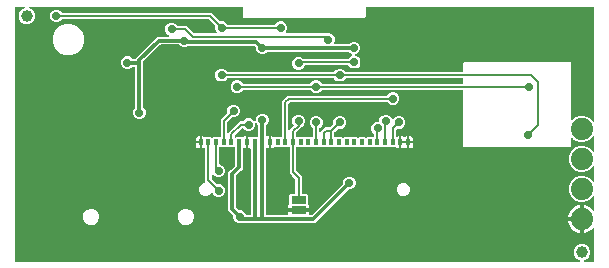
<source format=gtl>
G04 EAGLE Gerber RS-274X export*
G75*
%MOMM*%
%FSLAX34Y34*%
%LPD*%
%INTop Copper*%
%IPPOS*%
%AMOC8*
5,1,8,0,0,1.08239X$1,22.5*%
G01*
%ADD10R,0.350000X0.500000*%
%ADD11C,1.000000*%
%ADD12R,1.270000X0.635000*%
%ADD13C,1.879600*%
%ADD14C,0.736600*%
%ADD15C,0.177800*%
%ADD16C,0.304800*%

G36*
X467900Y2044D02*
X467900Y2044D01*
X467997Y2054D01*
X468021Y2064D01*
X468046Y2068D01*
X468132Y2114D01*
X468221Y2154D01*
X468241Y2171D01*
X468264Y2184D01*
X468331Y2254D01*
X468403Y2320D01*
X468415Y2343D01*
X468433Y2362D01*
X468474Y2450D01*
X468521Y2536D01*
X468526Y2561D01*
X468537Y2585D01*
X468548Y2682D01*
X468565Y2778D01*
X468561Y2804D01*
X468564Y2829D01*
X468543Y2925D01*
X468529Y3021D01*
X468517Y3044D01*
X468512Y3070D01*
X468462Y3153D01*
X468418Y3240D01*
X468399Y3259D01*
X468385Y3281D01*
X468312Y3344D01*
X468242Y3412D01*
X468213Y3428D01*
X468199Y3441D01*
X468168Y3453D01*
X468095Y3493D01*
X466260Y4253D01*
X464353Y6160D01*
X463321Y8652D01*
X463321Y11348D01*
X464353Y13840D01*
X466260Y15747D01*
X468752Y16779D01*
X471448Y16779D01*
X473940Y15747D01*
X475847Y13840D01*
X476879Y11348D01*
X476879Y8652D01*
X475847Y6160D01*
X473940Y4253D01*
X472105Y3493D01*
X472022Y3442D01*
X471936Y3396D01*
X471918Y3378D01*
X471896Y3364D01*
X471834Y3288D01*
X471767Y3218D01*
X471756Y3194D01*
X471739Y3174D01*
X471704Y3083D01*
X471663Y2995D01*
X471660Y2969D01*
X471651Y2945D01*
X471647Y2847D01*
X471636Y2751D01*
X471642Y2725D01*
X471641Y2699D01*
X471668Y2605D01*
X471688Y2510D01*
X471702Y2488D01*
X471709Y2463D01*
X471765Y2383D01*
X471815Y2299D01*
X471834Y2282D01*
X471849Y2261D01*
X471927Y2202D01*
X472001Y2139D01*
X472026Y2129D01*
X472047Y2114D01*
X472139Y2084D01*
X472230Y2047D01*
X472262Y2044D01*
X472281Y2038D01*
X472314Y2038D01*
X472396Y2029D01*
X479810Y2029D01*
X479830Y2032D01*
X479849Y2030D01*
X479951Y2052D01*
X480053Y2068D01*
X480070Y2078D01*
X480090Y2082D01*
X480179Y2135D01*
X480270Y2184D01*
X480284Y2198D01*
X480301Y2208D01*
X480368Y2287D01*
X480440Y2362D01*
X480448Y2380D01*
X480461Y2395D01*
X480500Y2491D01*
X480543Y2585D01*
X480545Y2605D01*
X480553Y2623D01*
X480571Y2790D01*
X480571Y30133D01*
X480570Y30141D01*
X480571Y30149D01*
X480550Y30263D01*
X480532Y30376D01*
X480528Y30383D01*
X480526Y30391D01*
X480470Y30492D01*
X480416Y30594D01*
X480411Y30599D01*
X480407Y30606D01*
X480321Y30684D01*
X480238Y30763D01*
X480231Y30766D01*
X480225Y30772D01*
X480120Y30818D01*
X480015Y30867D01*
X480007Y30867D01*
X480000Y30871D01*
X479885Y30881D01*
X479771Y30894D01*
X479763Y30892D01*
X479755Y30893D01*
X479642Y30866D01*
X479530Y30841D01*
X479523Y30837D01*
X479516Y30835D01*
X479418Y30774D01*
X479319Y30715D01*
X479314Y30709D01*
X479307Y30705D01*
X479194Y30581D01*
X479006Y30322D01*
X477678Y28994D01*
X476157Y27889D01*
X474483Y27036D01*
X472696Y26455D01*
X471423Y26254D01*
X471423Y37338D01*
X471420Y37358D01*
X471422Y37377D01*
X471400Y37479D01*
X471383Y37581D01*
X471374Y37598D01*
X471370Y37618D01*
X471317Y37707D01*
X471268Y37798D01*
X471254Y37812D01*
X471244Y37829D01*
X471165Y37896D01*
X471090Y37967D01*
X471072Y37976D01*
X471057Y37989D01*
X470961Y38027D01*
X470867Y38071D01*
X470847Y38073D01*
X470829Y38081D01*
X470662Y38099D01*
X469899Y38099D01*
X469899Y38101D01*
X470662Y38101D01*
X470682Y38104D01*
X470701Y38102D01*
X470803Y38124D01*
X470905Y38141D01*
X470922Y38150D01*
X470942Y38154D01*
X471031Y38207D01*
X471122Y38256D01*
X471136Y38270D01*
X471153Y38280D01*
X471220Y38359D01*
X471291Y38434D01*
X471300Y38452D01*
X471313Y38467D01*
X471352Y38563D01*
X471395Y38657D01*
X471397Y38677D01*
X471405Y38695D01*
X471423Y38862D01*
X471423Y49946D01*
X472696Y49745D01*
X474483Y49164D01*
X476157Y48311D01*
X477678Y47206D01*
X479006Y45878D01*
X479194Y45619D01*
X479200Y45613D01*
X479204Y45606D01*
X479287Y45527D01*
X479369Y45446D01*
X479376Y45443D01*
X479382Y45437D01*
X479486Y45389D01*
X479590Y45338D01*
X479598Y45337D01*
X479605Y45333D01*
X479719Y45321D01*
X479834Y45306D01*
X479842Y45307D01*
X479849Y45306D01*
X479962Y45331D01*
X480075Y45353D01*
X480082Y45357D01*
X480090Y45359D01*
X480188Y45418D01*
X480289Y45475D01*
X480294Y45481D01*
X480301Y45485D01*
X480376Y45572D01*
X480452Y45658D01*
X480456Y45665D01*
X480461Y45672D01*
X480504Y45780D01*
X480549Y45884D01*
X480550Y45892D01*
X480553Y45900D01*
X480571Y46067D01*
X480571Y56527D01*
X480560Y56598D01*
X480558Y56670D01*
X480540Y56719D01*
X480532Y56770D01*
X480498Y56833D01*
X480473Y56901D01*
X480441Y56941D01*
X480416Y56987D01*
X480364Y57037D01*
X480320Y57093D01*
X480276Y57121D01*
X480238Y57157D01*
X480173Y57187D01*
X480113Y57226D01*
X480062Y57238D01*
X480015Y57260D01*
X479944Y57268D01*
X479874Y57286D01*
X479822Y57282D01*
X479771Y57287D01*
X479700Y57272D01*
X479629Y57267D01*
X479581Y57246D01*
X479530Y57235D01*
X479469Y57198D01*
X479403Y57170D01*
X479347Y57125D01*
X479319Y57109D01*
X479304Y57091D01*
X479272Y57065D01*
X476231Y54025D01*
X472123Y52323D01*
X467677Y52323D01*
X463569Y54025D01*
X460425Y57169D01*
X458723Y61277D01*
X458723Y65723D01*
X460425Y69831D01*
X463569Y72975D01*
X467677Y74677D01*
X472123Y74677D01*
X476231Y72975D01*
X479272Y69935D01*
X479330Y69893D01*
X479382Y69843D01*
X479429Y69821D01*
X479471Y69791D01*
X479540Y69770D01*
X479605Y69740D01*
X479657Y69734D01*
X479707Y69719D01*
X479778Y69721D01*
X479849Y69713D01*
X479900Y69724D01*
X479952Y69725D01*
X480020Y69750D01*
X480090Y69765D01*
X480135Y69792D01*
X480183Y69809D01*
X480239Y69854D01*
X480301Y69891D01*
X480335Y69931D01*
X480375Y69963D01*
X480414Y70023D01*
X480461Y70078D01*
X480480Y70126D01*
X480508Y70170D01*
X480526Y70240D01*
X480553Y70306D01*
X480561Y70377D01*
X480569Y70409D01*
X480567Y70432D01*
X480571Y70473D01*
X480571Y81927D01*
X480560Y81998D01*
X480558Y82070D01*
X480540Y82119D01*
X480532Y82170D01*
X480498Y82233D01*
X480473Y82301D01*
X480441Y82341D01*
X480416Y82387D01*
X480364Y82437D01*
X480320Y82493D01*
X480276Y82521D01*
X480238Y82557D01*
X480173Y82587D01*
X480113Y82626D01*
X480062Y82638D01*
X480015Y82660D01*
X479944Y82668D01*
X479874Y82686D01*
X479822Y82682D01*
X479771Y82687D01*
X479700Y82672D01*
X479629Y82667D01*
X479581Y82646D01*
X479530Y82635D01*
X479469Y82598D01*
X479403Y82570D01*
X479347Y82525D01*
X479319Y82509D01*
X479304Y82491D01*
X479272Y82465D01*
X476231Y79425D01*
X472123Y77723D01*
X467677Y77723D01*
X463569Y79425D01*
X460425Y82569D01*
X458723Y86677D01*
X458723Y91123D01*
X460425Y95231D01*
X463569Y98375D01*
X467677Y100077D01*
X472123Y100077D01*
X476231Y98375D01*
X479272Y95335D01*
X479330Y95293D01*
X479382Y95243D01*
X479429Y95221D01*
X479471Y95191D01*
X479540Y95170D01*
X479605Y95140D01*
X479657Y95134D01*
X479707Y95119D01*
X479778Y95121D01*
X479849Y95113D01*
X479900Y95124D01*
X479952Y95125D01*
X480020Y95150D01*
X480090Y95165D01*
X480135Y95192D01*
X480183Y95209D01*
X480239Y95254D01*
X480301Y95291D01*
X480335Y95331D01*
X480375Y95363D01*
X480414Y95423D01*
X480461Y95478D01*
X480480Y95526D01*
X480508Y95570D01*
X480526Y95640D01*
X480553Y95706D01*
X480561Y95777D01*
X480569Y95809D01*
X480567Y95832D01*
X480571Y95873D01*
X480571Y107327D01*
X480560Y107398D01*
X480558Y107470D01*
X480540Y107519D01*
X480532Y107570D01*
X480498Y107633D01*
X480473Y107701D01*
X480441Y107741D01*
X480416Y107787D01*
X480364Y107837D01*
X480320Y107893D01*
X480276Y107921D01*
X480238Y107957D01*
X480173Y107987D01*
X480113Y108026D01*
X480062Y108038D01*
X480015Y108060D01*
X479944Y108068D01*
X479874Y108086D01*
X479822Y108082D01*
X479771Y108087D01*
X479700Y108072D01*
X479629Y108067D01*
X479581Y108046D01*
X479530Y108035D01*
X479469Y107998D01*
X479403Y107970D01*
X479347Y107925D01*
X479319Y107909D01*
X479304Y107891D01*
X479272Y107865D01*
X476231Y104825D01*
X472123Y103123D01*
X467677Y103123D01*
X463569Y104825D01*
X462162Y106231D01*
X462104Y106273D01*
X462052Y106323D01*
X462005Y106345D01*
X461963Y106375D01*
X461894Y106396D01*
X461829Y106426D01*
X461777Y106432D01*
X461727Y106447D01*
X461656Y106445D01*
X461585Y106453D01*
X461534Y106442D01*
X461482Y106441D01*
X461414Y106416D01*
X461344Y106401D01*
X461299Y106374D01*
X461251Y106357D01*
X461195Y106312D01*
X461133Y106275D01*
X461099Y106235D01*
X461059Y106203D01*
X461020Y106143D01*
X460973Y106088D01*
X460954Y106040D01*
X460926Y105996D01*
X460908Y105926D01*
X460881Y105860D01*
X460873Y105789D01*
X460865Y105757D01*
X460867Y105734D01*
X460863Y105693D01*
X460863Y99684D01*
X460416Y99237D01*
X369784Y99237D01*
X369337Y99684D01*
X369337Y146571D01*
X369334Y146591D01*
X369336Y146610D01*
X369314Y146712D01*
X369298Y146814D01*
X369288Y146831D01*
X369284Y146851D01*
X369231Y146940D01*
X369182Y147031D01*
X369168Y147045D01*
X369158Y147062D01*
X369079Y147129D01*
X369004Y147201D01*
X368986Y147209D01*
X368971Y147222D01*
X368875Y147261D01*
X368781Y147304D01*
X368761Y147306D01*
X368743Y147314D01*
X368576Y147332D01*
X250315Y147332D01*
X250200Y147313D01*
X250084Y147296D01*
X250079Y147294D01*
X250073Y147293D01*
X249970Y147238D01*
X249865Y147185D01*
X249861Y147180D01*
X249855Y147177D01*
X249775Y147093D01*
X249693Y147009D01*
X249689Y147003D01*
X249686Y146999D01*
X249678Y146982D01*
X249644Y146919D01*
X248094Y145370D01*
X246086Y144538D01*
X243914Y144538D01*
X241906Y145370D01*
X240346Y146930D01*
X240327Y146961D01*
X240266Y147062D01*
X240262Y147066D01*
X240258Y147071D01*
X240169Y147146D01*
X240079Y147222D01*
X240074Y147224D01*
X240069Y147228D01*
X239960Y147270D01*
X239851Y147314D01*
X239844Y147315D01*
X239839Y147316D01*
X239821Y147317D01*
X239685Y147332D01*
X183415Y147332D01*
X183300Y147313D01*
X183184Y147296D01*
X183179Y147294D01*
X183173Y147293D01*
X183070Y147238D01*
X182965Y147185D01*
X182961Y147180D01*
X182955Y147177D01*
X182875Y147093D01*
X182793Y147009D01*
X182789Y147003D01*
X182786Y146999D01*
X182778Y146982D01*
X182744Y146919D01*
X181194Y145370D01*
X179186Y144538D01*
X177014Y144538D01*
X175006Y145370D01*
X173470Y146906D01*
X172638Y148914D01*
X172638Y151086D01*
X173470Y153094D01*
X175006Y154630D01*
X177014Y155462D01*
X179186Y155462D01*
X181194Y154630D01*
X182754Y153070D01*
X182773Y153039D01*
X182834Y152938D01*
X182838Y152934D01*
X182842Y152929D01*
X182931Y152854D01*
X183021Y152778D01*
X183026Y152776D01*
X183031Y152772D01*
X183140Y152730D01*
X183249Y152686D01*
X183256Y152685D01*
X183261Y152684D01*
X183279Y152683D01*
X183415Y152668D01*
X239685Y152668D01*
X239800Y152687D01*
X239916Y152704D01*
X239921Y152706D01*
X239927Y152707D01*
X240030Y152762D01*
X240135Y152815D01*
X240139Y152820D01*
X240145Y152823D01*
X240225Y152907D01*
X240307Y152991D01*
X240311Y152997D01*
X240314Y153001D01*
X240322Y153018D01*
X240356Y153081D01*
X241906Y154630D01*
X243914Y155462D01*
X246086Y155462D01*
X248094Y154630D01*
X249654Y153070D01*
X249673Y153039D01*
X249734Y152938D01*
X249738Y152934D01*
X249742Y152929D01*
X249831Y152854D01*
X249921Y152778D01*
X249926Y152776D01*
X249931Y152772D01*
X250040Y152730D01*
X250149Y152686D01*
X250156Y152685D01*
X250161Y152684D01*
X250179Y152683D01*
X250315Y152668D01*
X368576Y152668D01*
X368596Y152671D01*
X368615Y152669D01*
X368717Y152691D01*
X368819Y152707D01*
X368836Y152717D01*
X368856Y152721D01*
X368945Y152774D01*
X369036Y152823D01*
X369050Y152837D01*
X369067Y152847D01*
X369134Y152926D01*
X369206Y153001D01*
X369214Y153019D01*
X369227Y153034D01*
X369266Y153130D01*
X369309Y153224D01*
X369311Y153244D01*
X369319Y153262D01*
X369337Y153429D01*
X369337Y156571D01*
X369335Y156587D01*
X369336Y156602D01*
X369336Y156605D01*
X369336Y156610D01*
X369314Y156712D01*
X369298Y156814D01*
X369288Y156831D01*
X369284Y156851D01*
X369231Y156940D01*
X369182Y157031D01*
X369168Y157045D01*
X369158Y157062D01*
X369079Y157129D01*
X369004Y157201D01*
X368986Y157209D01*
X368971Y157222D01*
X368875Y157261D01*
X368781Y157304D01*
X368761Y157306D01*
X368743Y157314D01*
X368576Y157332D01*
X270415Y157332D01*
X270300Y157313D01*
X270184Y157296D01*
X270179Y157294D01*
X270173Y157293D01*
X270070Y157238D01*
X269965Y157185D01*
X269961Y157180D01*
X269955Y157177D01*
X269875Y157093D01*
X269793Y157009D01*
X269789Y157003D01*
X269786Y156999D01*
X269778Y156982D01*
X269744Y156919D01*
X268194Y155370D01*
X266186Y154538D01*
X264014Y154538D01*
X262006Y155370D01*
X260446Y156930D01*
X260427Y156961D01*
X260366Y157062D01*
X260362Y157066D01*
X260358Y157071D01*
X260269Y157146D01*
X260179Y157222D01*
X260174Y157224D01*
X260169Y157228D01*
X260060Y157270D01*
X259951Y157314D01*
X259944Y157315D01*
X259939Y157316D01*
X259921Y157317D01*
X259785Y157332D01*
X170415Y157332D01*
X170300Y157313D01*
X170184Y157296D01*
X170179Y157294D01*
X170173Y157293D01*
X170070Y157238D01*
X169965Y157185D01*
X169961Y157180D01*
X169955Y157177D01*
X169875Y157093D01*
X169793Y157009D01*
X169789Y157003D01*
X169786Y156999D01*
X169778Y156982D01*
X169744Y156919D01*
X168194Y155370D01*
X166186Y154538D01*
X164014Y154538D01*
X162006Y155370D01*
X160470Y156906D01*
X159638Y158914D01*
X159638Y161086D01*
X160470Y163094D01*
X162006Y164630D01*
X164014Y165462D01*
X166186Y165462D01*
X168194Y164630D01*
X169754Y163070D01*
X169773Y163039D01*
X169834Y162938D01*
X169838Y162934D01*
X169842Y162929D01*
X169931Y162854D01*
X170021Y162778D01*
X170026Y162776D01*
X170031Y162772D01*
X170140Y162730D01*
X170249Y162686D01*
X170256Y162685D01*
X170261Y162684D01*
X170279Y162683D01*
X170415Y162668D01*
X259785Y162668D01*
X259900Y162687D01*
X260016Y162704D01*
X260021Y162706D01*
X260027Y162707D01*
X260130Y162762D01*
X260235Y162815D01*
X260239Y162820D01*
X260245Y162823D01*
X260325Y162907D01*
X260407Y162991D01*
X260411Y162997D01*
X260414Y163001D01*
X260422Y163018D01*
X260456Y163081D01*
X262006Y164630D01*
X264014Y165462D01*
X266186Y165462D01*
X268194Y164630D01*
X269754Y163070D01*
X269773Y163039D01*
X269834Y162938D01*
X269838Y162934D01*
X269842Y162929D01*
X269931Y162854D01*
X270021Y162778D01*
X270026Y162776D01*
X270031Y162772D01*
X270140Y162730D01*
X270249Y162686D01*
X270256Y162685D01*
X270261Y162684D01*
X270279Y162683D01*
X270415Y162668D01*
X368576Y162668D01*
X368596Y162671D01*
X368615Y162669D01*
X368717Y162691D01*
X368819Y162707D01*
X368836Y162717D01*
X368856Y162721D01*
X368945Y162774D01*
X369036Y162823D01*
X369050Y162837D01*
X369067Y162847D01*
X369134Y162926D01*
X369206Y163001D01*
X369214Y163019D01*
X369227Y163034D01*
X369266Y163130D01*
X369309Y163224D01*
X369311Y163244D01*
X369319Y163262D01*
X369337Y163429D01*
X369337Y170316D01*
X369784Y170763D01*
X460416Y170763D01*
X460863Y170316D01*
X460863Y122907D01*
X460874Y122836D01*
X460876Y122764D01*
X460894Y122715D01*
X460902Y122664D01*
X460936Y122601D01*
X460961Y122533D01*
X460993Y122493D01*
X461018Y122447D01*
X461070Y122397D01*
X461114Y122341D01*
X461158Y122313D01*
X461196Y122277D01*
X461261Y122247D01*
X461321Y122208D01*
X461372Y122196D01*
X461419Y122174D01*
X461490Y122166D01*
X461560Y122148D01*
X461612Y122152D01*
X461663Y122147D01*
X461734Y122162D01*
X461805Y122167D01*
X461853Y122188D01*
X461904Y122199D01*
X461965Y122236D01*
X462031Y122264D01*
X462087Y122309D01*
X462115Y122325D01*
X462130Y122343D01*
X462162Y122369D01*
X463569Y123775D01*
X467677Y125477D01*
X472123Y125477D01*
X476231Y123775D01*
X479272Y120735D01*
X479330Y120693D01*
X479382Y120643D01*
X479429Y120621D01*
X479471Y120591D01*
X479540Y120570D01*
X479605Y120540D01*
X479657Y120534D01*
X479707Y120519D01*
X479778Y120521D01*
X479849Y120513D01*
X479900Y120524D01*
X479952Y120525D01*
X480020Y120550D01*
X480090Y120565D01*
X480135Y120592D01*
X480183Y120609D01*
X480239Y120654D01*
X480301Y120691D01*
X480335Y120731D01*
X480375Y120763D01*
X480414Y120823D01*
X480461Y120878D01*
X480480Y120926D01*
X480508Y120970D01*
X480526Y121040D01*
X480553Y121106D01*
X480561Y121177D01*
X480569Y121209D01*
X480567Y121232D01*
X480571Y121273D01*
X480571Y217210D01*
X480568Y217230D01*
X480570Y217249D01*
X480548Y217351D01*
X480532Y217453D01*
X480522Y217470D01*
X480518Y217490D01*
X480465Y217579D01*
X480416Y217670D01*
X480402Y217684D01*
X480392Y217701D01*
X480313Y217768D01*
X480238Y217840D01*
X480220Y217848D01*
X480205Y217861D01*
X480109Y217900D01*
X480015Y217943D01*
X479995Y217945D01*
X479977Y217953D01*
X479810Y217971D01*
X287890Y217971D01*
X287870Y217968D01*
X287851Y217970D01*
X287749Y217948D01*
X287647Y217932D01*
X287630Y217922D01*
X287610Y217918D01*
X287521Y217865D01*
X287430Y217816D01*
X287416Y217802D01*
X287399Y217792D01*
X287332Y217713D01*
X287260Y217638D01*
X287252Y217620D01*
X287239Y217605D01*
X287200Y217509D01*
X287157Y217415D01*
X287155Y217395D01*
X287147Y217377D01*
X287129Y217210D01*
X287129Y209160D01*
X285940Y207971D01*
X184260Y207971D01*
X183071Y209160D01*
X183071Y217210D01*
X183068Y217230D01*
X183070Y217249D01*
X183048Y217351D01*
X183032Y217453D01*
X183022Y217470D01*
X183018Y217490D01*
X182965Y217579D01*
X182916Y217670D01*
X182902Y217684D01*
X182892Y217701D01*
X182813Y217768D01*
X182738Y217840D01*
X182720Y217848D01*
X182705Y217861D01*
X182609Y217900D01*
X182515Y217943D01*
X182495Y217945D01*
X182477Y217953D01*
X182310Y217971D01*
X2396Y217971D01*
X2300Y217956D01*
X2203Y217946D01*
X2179Y217936D01*
X2154Y217932D01*
X2068Y217886D01*
X1979Y217846D01*
X1959Y217829D01*
X1936Y217816D01*
X1869Y217746D01*
X1797Y217680D01*
X1785Y217657D01*
X1767Y217638D01*
X1726Y217550D01*
X1679Y217464D01*
X1674Y217439D01*
X1663Y217415D01*
X1652Y217318D01*
X1635Y217222D01*
X1639Y217196D01*
X1636Y217171D01*
X1657Y217075D01*
X1671Y216979D01*
X1683Y216956D01*
X1688Y216930D01*
X1738Y216847D01*
X1782Y216760D01*
X1801Y216741D01*
X1815Y216719D01*
X1888Y216656D01*
X1958Y216588D01*
X1987Y216572D01*
X2001Y216559D01*
X2032Y216547D01*
X2105Y216507D01*
X3940Y215747D01*
X5847Y213840D01*
X6879Y211348D01*
X6879Y208652D01*
X5847Y206160D01*
X3940Y204253D01*
X1448Y203221D01*
X-1248Y203221D01*
X-3740Y204253D01*
X-5647Y206160D01*
X-6679Y208652D01*
X-6679Y211348D01*
X-5647Y213840D01*
X-3740Y215747D01*
X-1905Y216507D01*
X-1822Y216558D01*
X-1736Y216604D01*
X-1718Y216622D01*
X-1696Y216636D01*
X-1634Y216712D01*
X-1567Y216782D01*
X-1556Y216806D01*
X-1539Y216826D01*
X-1504Y216917D01*
X-1463Y217005D01*
X-1460Y217031D01*
X-1451Y217055D01*
X-1447Y217153D01*
X-1436Y217249D01*
X-1442Y217275D01*
X-1441Y217301D01*
X-1468Y217395D01*
X-1488Y217490D01*
X-1502Y217512D01*
X-1509Y217537D01*
X-1565Y217617D01*
X-1615Y217701D01*
X-1634Y217718D01*
X-1649Y217739D01*
X-1727Y217798D01*
X-1801Y217861D01*
X-1826Y217871D01*
X-1847Y217886D01*
X-1939Y217916D01*
X-2030Y217953D01*
X-2062Y217956D01*
X-2081Y217962D01*
X-2114Y217962D01*
X-2196Y217971D01*
X-9610Y217971D01*
X-9630Y217968D01*
X-9649Y217970D01*
X-9751Y217948D01*
X-9853Y217932D01*
X-9870Y217922D01*
X-9890Y217918D01*
X-9979Y217865D01*
X-10070Y217816D01*
X-10084Y217802D01*
X-10101Y217792D01*
X-10168Y217713D01*
X-10240Y217638D01*
X-10248Y217620D01*
X-10261Y217605D01*
X-10300Y217509D01*
X-10343Y217415D01*
X-10345Y217395D01*
X-10353Y217377D01*
X-10371Y217210D01*
X-10371Y2790D01*
X-10368Y2770D01*
X-10370Y2751D01*
X-10348Y2649D01*
X-10332Y2547D01*
X-10322Y2530D01*
X-10318Y2510D01*
X-10265Y2421D01*
X-10216Y2330D01*
X-10202Y2316D01*
X-10192Y2299D01*
X-10113Y2232D01*
X-10038Y2160D01*
X-10020Y2152D01*
X-10005Y2139D01*
X-9909Y2100D01*
X-9815Y2057D01*
X-9795Y2055D01*
X-9777Y2047D01*
X-9610Y2029D01*
X467804Y2029D01*
X467900Y2044D01*
G37*
%LPC*%
G36*
X179294Y34638D02*
X179294Y34638D01*
X177286Y35470D01*
X175750Y37006D01*
X174918Y39014D01*
X174918Y40576D01*
X174904Y40666D01*
X174896Y40757D01*
X174884Y40786D01*
X174879Y40818D01*
X174836Y40899D01*
X174800Y40983D01*
X174774Y41015D01*
X174763Y41036D01*
X174740Y41058D01*
X174695Y41114D01*
X170727Y45082D01*
X170727Y77568D01*
X172885Y79726D01*
X176324Y83165D01*
X176377Y83239D01*
X176437Y83308D01*
X176449Y83339D01*
X176468Y83365D01*
X176495Y83452D01*
X176529Y83537D01*
X176533Y83578D01*
X176540Y83600D01*
X176539Y83632D01*
X176547Y83703D01*
X176547Y97960D01*
X176545Y97974D01*
X176546Y97986D01*
X176545Y97990D01*
X176546Y97999D01*
X176524Y98101D01*
X176508Y98203D01*
X176498Y98220D01*
X176494Y98240D01*
X176441Y98329D01*
X176392Y98420D01*
X176378Y98434D01*
X176368Y98451D01*
X176289Y98518D01*
X176214Y98590D01*
X176196Y98598D01*
X176181Y98611D01*
X176085Y98650D01*
X175991Y98693D01*
X175971Y98695D01*
X175953Y98703D01*
X175786Y98721D01*
X170863Y98721D01*
X170638Y98946D01*
X170622Y98958D01*
X170610Y98973D01*
X170522Y99030D01*
X170439Y99090D01*
X170420Y99096D01*
X170403Y99106D01*
X170302Y99132D01*
X170203Y99162D01*
X170183Y99162D01*
X170164Y99166D01*
X170061Y99158D01*
X169958Y99156D01*
X169939Y99149D01*
X169919Y99147D01*
X169824Y99107D01*
X169727Y99071D01*
X169711Y99059D01*
X169693Y99051D01*
X169562Y98946D01*
X169337Y98721D01*
X164363Y98721D01*
X164317Y98767D01*
X164259Y98809D01*
X164207Y98858D01*
X164160Y98880D01*
X164118Y98911D01*
X164049Y98932D01*
X163984Y98962D01*
X163932Y98968D01*
X163882Y98983D01*
X163811Y98981D01*
X163740Y98989D01*
X163689Y98978D01*
X163637Y98977D01*
X163569Y98952D01*
X163499Y98937D01*
X163454Y98910D01*
X163406Y98892D01*
X163350Y98848D01*
X163288Y98811D01*
X163254Y98771D01*
X163214Y98739D01*
X163175Y98678D01*
X163128Y98624D01*
X163109Y98575D01*
X163081Y98532D01*
X163063Y98462D01*
X163036Y98396D01*
X163028Y98324D01*
X163020Y98293D01*
X163022Y98270D01*
X163018Y98229D01*
X163018Y84954D01*
X163037Y84840D01*
X163054Y84723D01*
X163056Y84718D01*
X163057Y84711D01*
X163112Y84609D01*
X163165Y84504D01*
X163170Y84500D01*
X163173Y84494D01*
X163257Y84414D01*
X163341Y84332D01*
X163347Y84328D01*
X163351Y84325D01*
X163368Y84317D01*
X163488Y84251D01*
X165614Y83370D01*
X167150Y81834D01*
X167982Y79826D01*
X167982Y77654D01*
X167150Y75646D01*
X165614Y74110D01*
X163606Y73278D01*
X161434Y73278D01*
X159426Y74110D01*
X157817Y75719D01*
X157759Y75761D01*
X157707Y75810D01*
X157660Y75832D01*
X157618Y75862D01*
X157549Y75883D01*
X157484Y75914D01*
X157432Y75919D01*
X157382Y75935D01*
X157311Y75933D01*
X157240Y75941D01*
X157189Y75930D01*
X157137Y75928D01*
X157069Y75904D01*
X156999Y75888D01*
X156954Y75862D01*
X156906Y75844D01*
X156850Y75799D01*
X156788Y75762D01*
X156754Y75723D01*
X156714Y75690D01*
X156675Y75630D01*
X156628Y75575D01*
X156609Y75527D01*
X156581Y75483D01*
X156563Y75414D01*
X156536Y75347D01*
X156528Y75276D01*
X156520Y75245D01*
X156522Y75221D01*
X156518Y75180D01*
X156518Y72320D01*
X156532Y72230D01*
X156540Y72139D01*
X156552Y72110D01*
X156557Y72078D01*
X156600Y71997D01*
X156636Y71913D01*
X156662Y71881D01*
X156673Y71860D01*
X156696Y71838D01*
X156741Y71782D01*
X160648Y67875D01*
X160743Y67806D01*
X160837Y67737D01*
X160843Y67735D01*
X160848Y67731D01*
X160959Y67697D01*
X161071Y67661D01*
X161077Y67661D01*
X161083Y67659D01*
X161199Y67662D01*
X161316Y67663D01*
X161324Y67665D01*
X161329Y67665D01*
X161346Y67672D01*
X161415Y67692D01*
X163606Y67692D01*
X165614Y66860D01*
X167150Y65324D01*
X167982Y63316D01*
X167982Y61144D01*
X167150Y59136D01*
X165614Y57600D01*
X163606Y56768D01*
X161434Y56768D01*
X159426Y57600D01*
X157890Y59136D01*
X157650Y59714D01*
X157613Y59775D01*
X157583Y59841D01*
X157548Y59879D01*
X157521Y59923D01*
X157466Y59969D01*
X157417Y60022D01*
X157371Y60047D01*
X157331Y60080D01*
X157264Y60106D01*
X157201Y60140D01*
X157150Y60150D01*
X157102Y60168D01*
X157030Y60171D01*
X156959Y60184D01*
X156908Y60176D01*
X156856Y60179D01*
X156787Y60159D01*
X156716Y60148D01*
X156670Y60125D01*
X156620Y60110D01*
X156561Y60069D01*
X156497Y60037D01*
X156460Y59999D01*
X156418Y59970D01*
X156375Y59912D01*
X156325Y59861D01*
X156290Y59798D01*
X156271Y59772D01*
X156264Y59750D01*
X156253Y59730D01*
X154623Y58101D01*
X152499Y57221D01*
X150201Y57221D01*
X148077Y58101D01*
X146451Y59727D01*
X145571Y61851D01*
X145571Y64149D01*
X146451Y66273D01*
X148077Y67899D01*
X150201Y68779D01*
X150421Y68779D01*
X150441Y68782D01*
X150460Y68780D01*
X150562Y68802D01*
X150664Y68818D01*
X150681Y68828D01*
X150701Y68832D01*
X150790Y68885D01*
X150881Y68934D01*
X150895Y68948D01*
X150912Y68958D01*
X150979Y69037D01*
X151051Y69112D01*
X151059Y69130D01*
X151072Y69145D01*
X151111Y69241D01*
X151154Y69335D01*
X151156Y69355D01*
X151164Y69373D01*
X151182Y69540D01*
X151182Y97450D01*
X151167Y97544D01*
X151158Y97639D01*
X151147Y97665D01*
X151143Y97693D01*
X151098Y97777D01*
X151059Y97865D01*
X151041Y97885D01*
X151027Y97910D01*
X150958Y97976D01*
X150894Y98046D01*
X150869Y98060D01*
X150849Y98079D01*
X150763Y98120D01*
X150679Y98166D01*
X150651Y98171D01*
X150626Y98183D01*
X150531Y98194D01*
X150437Y98211D01*
X150409Y98207D01*
X150382Y98210D01*
X150288Y98190D01*
X150194Y98176D01*
X150162Y98162D01*
X150141Y98158D01*
X150113Y98141D01*
X149434Y97959D01*
X148224Y97959D01*
X148224Y102887D01*
X148221Y102906D01*
X148223Y102926D01*
X148210Y102986D01*
X148224Y103113D01*
X148224Y108041D01*
X149435Y108041D01*
X150081Y107868D01*
X150660Y107533D01*
X150691Y107502D01*
X150765Y107449D01*
X150835Y107389D01*
X150865Y107377D01*
X150891Y107358D01*
X150978Y107331D01*
X151063Y107297D01*
X151104Y107293D01*
X151126Y107286D01*
X151158Y107287D01*
X151230Y107279D01*
X156337Y107279D01*
X156562Y107054D01*
X156578Y107042D01*
X156590Y107027D01*
X156677Y106971D01*
X156761Y106910D01*
X156780Y106904D01*
X156797Y106894D01*
X156898Y106868D01*
X156996Y106838D01*
X157016Y106838D01*
X157036Y106834D01*
X157139Y106842D01*
X157242Y106844D01*
X157261Y106851D01*
X157281Y106853D01*
X157376Y106893D01*
X157473Y106929D01*
X157489Y106941D01*
X157507Y106949D01*
X157638Y107054D01*
X157863Y107279D01*
X162837Y107279D01*
X162883Y107233D01*
X162941Y107191D01*
X162993Y107142D01*
X163040Y107120D01*
X163082Y107089D01*
X163151Y107068D01*
X163216Y107038D01*
X163268Y107032D01*
X163318Y107017D01*
X163389Y107019D01*
X163460Y107011D01*
X163511Y107022D01*
X163563Y107023D01*
X163631Y107048D01*
X163701Y107063D01*
X163746Y107090D01*
X163794Y107108D01*
X163850Y107152D01*
X163912Y107189D01*
X163946Y107229D01*
X163986Y107261D01*
X164025Y107322D01*
X164072Y107376D01*
X164091Y107425D01*
X164119Y107468D01*
X164137Y107538D01*
X164164Y107604D01*
X164172Y107676D01*
X164180Y107707D01*
X164178Y107730D01*
X164182Y107771D01*
X164182Y122275D01*
X165968Y124061D01*
X169575Y127668D01*
X169644Y127763D01*
X169713Y127857D01*
X169715Y127863D01*
X169719Y127868D01*
X169753Y127979D01*
X169789Y128091D01*
X169789Y128097D01*
X169791Y128103D01*
X169788Y128219D01*
X169787Y128336D01*
X169785Y128344D01*
X169785Y128349D01*
X169778Y128366D01*
X169758Y128435D01*
X169758Y130626D01*
X170590Y132634D01*
X172126Y134170D01*
X174134Y135002D01*
X176306Y135002D01*
X178314Y134170D01*
X179850Y132634D01*
X180682Y130626D01*
X180682Y128454D01*
X179850Y126446D01*
X178314Y124910D01*
X176306Y124078D01*
X174100Y124078D01*
X174064Y124087D01*
X173950Y124115D01*
X173944Y124115D01*
X173938Y124116D01*
X173821Y124105D01*
X173705Y124096D01*
X173699Y124094D01*
X173693Y124093D01*
X173586Y124046D01*
X173479Y124000D01*
X173473Y123995D01*
X173468Y123993D01*
X173455Y123981D01*
X173348Y123895D01*
X169741Y120288D01*
X169688Y120214D01*
X169628Y120145D01*
X169616Y120114D01*
X169597Y120088D01*
X169570Y120001D01*
X169536Y119916D01*
X169532Y119875D01*
X169525Y119853D01*
X169526Y119821D01*
X169518Y119750D01*
X169518Y111628D01*
X169520Y111617D01*
X169519Y111609D01*
X169527Y111570D01*
X169529Y111558D01*
X169531Y111486D01*
X169549Y111437D01*
X169557Y111386D01*
X169591Y111322D01*
X169616Y111255D01*
X169648Y111214D01*
X169673Y111168D01*
X169725Y111119D01*
X169769Y111063D01*
X169813Y111035D01*
X169851Y110999D01*
X169916Y110969D01*
X169976Y110930D01*
X170027Y110917D01*
X170074Y110895D01*
X170145Y110887D01*
X170215Y110870D01*
X170267Y110874D01*
X170318Y110868D01*
X170389Y110883D01*
X170460Y110889D01*
X170508Y110909D01*
X170559Y110920D01*
X170620Y110957D01*
X170686Y110985D01*
X170742Y111030D01*
X170770Y111046D01*
X170785Y111064D01*
X170817Y111090D01*
X180505Y120778D01*
X182605Y120778D01*
X182720Y120797D01*
X182836Y120814D01*
X182841Y120816D01*
X182847Y120817D01*
X182950Y120872D01*
X183055Y120925D01*
X183059Y120930D01*
X183065Y120933D01*
X183145Y121017D01*
X183227Y121101D01*
X183231Y121107D01*
X183234Y121111D01*
X183242Y121128D01*
X183276Y121191D01*
X184826Y122740D01*
X186834Y123572D01*
X189006Y123572D01*
X191014Y122740D01*
X192594Y121161D01*
X192601Y121147D01*
X192619Y121130D01*
X192633Y121108D01*
X192708Y121045D01*
X192779Y120978D01*
X192802Y120967D01*
X192822Y120951D01*
X192913Y120915D01*
X193002Y120874D01*
X193028Y120871D01*
X193052Y120862D01*
X193149Y120858D01*
X193246Y120847D01*
X193272Y120853D01*
X193297Y120852D01*
X193391Y120879D01*
X193487Y120899D01*
X193509Y120913D01*
X193534Y120920D01*
X193614Y120976D01*
X193698Y121026D01*
X193715Y121045D01*
X193736Y121060D01*
X193794Y121138D01*
X193858Y121213D01*
X193868Y121236D01*
X193883Y121257D01*
X193913Y121350D01*
X193950Y121441D01*
X193953Y121473D01*
X193959Y121491D01*
X193959Y121524D01*
X193968Y121607D01*
X193968Y123006D01*
X194800Y125014D01*
X196336Y126550D01*
X198344Y127382D01*
X200516Y127382D01*
X202524Y126550D01*
X204060Y125014D01*
X204892Y123006D01*
X204892Y120834D01*
X204060Y118826D01*
X202876Y117642D01*
X202823Y117568D01*
X202763Y117498D01*
X202751Y117468D01*
X202732Y117442D01*
X202705Y117355D01*
X202671Y117270D01*
X202667Y117229D01*
X202660Y117207D01*
X202661Y117175D01*
X202653Y117103D01*
X202653Y108735D01*
X202672Y108618D01*
X202690Y108500D01*
X202692Y108496D01*
X202692Y108492D01*
X202748Y108388D01*
X202803Y108281D01*
X202806Y108278D01*
X202808Y108275D01*
X202894Y108193D01*
X202979Y108110D01*
X202983Y108108D01*
X202986Y108105D01*
X203094Y108055D01*
X203201Y108004D01*
X203205Y108003D01*
X203209Y108002D01*
X203327Y107988D01*
X203445Y107974D01*
X203450Y107975D01*
X203453Y107974D01*
X203467Y107977D01*
X203611Y107999D01*
X203766Y108041D01*
X204976Y108041D01*
X204976Y103113D01*
X204979Y103094D01*
X204977Y103074D01*
X204990Y103014D01*
X204976Y102887D01*
X204976Y97959D01*
X203766Y97959D01*
X203611Y98001D01*
X203492Y98013D01*
X203375Y98026D01*
X203370Y98025D01*
X203366Y98025D01*
X203251Y97999D01*
X203134Y97973D01*
X203131Y97971D01*
X203127Y97970D01*
X203025Y97908D01*
X202923Y97847D01*
X202920Y97844D01*
X202917Y97842D01*
X202840Y97751D01*
X202763Y97660D01*
X202762Y97656D01*
X202759Y97653D01*
X202716Y97543D01*
X202671Y97432D01*
X202671Y97427D01*
X202669Y97424D01*
X202669Y97410D01*
X202653Y97265D01*
X202653Y42164D01*
X202656Y42144D01*
X202654Y42125D01*
X202676Y42023D01*
X202692Y41921D01*
X202702Y41904D01*
X202706Y41884D01*
X202759Y41795D01*
X202808Y41704D01*
X202822Y41690D01*
X202832Y41673D01*
X202911Y41606D01*
X202986Y41534D01*
X203004Y41526D01*
X203019Y41513D01*
X203115Y41474D01*
X203209Y41431D01*
X203229Y41429D01*
X203247Y41421D01*
X203414Y41403D01*
X220492Y41403D01*
X220607Y41422D01*
X220726Y41440D01*
X220730Y41442D01*
X220734Y41442D01*
X220839Y41498D01*
X220945Y41553D01*
X220948Y41556D01*
X220952Y41558D01*
X221034Y41644D01*
X221116Y41729D01*
X221118Y41733D01*
X221121Y41736D01*
X221171Y41844D01*
X221222Y41951D01*
X221223Y41955D01*
X221225Y41959D01*
X221238Y42078D01*
X221252Y42195D01*
X221251Y42200D01*
X221252Y42203D01*
X221249Y42217D01*
X221227Y42361D01*
X221209Y42426D01*
X221209Y44413D01*
X229338Y44413D01*
X229358Y44416D01*
X229377Y44414D01*
X229479Y44436D01*
X229581Y44453D01*
X229598Y44462D01*
X229618Y44466D01*
X229707Y44519D01*
X229798Y44568D01*
X229812Y44582D01*
X229829Y44592D01*
X229896Y44671D01*
X229967Y44746D01*
X229976Y44764D01*
X229989Y44779D01*
X230028Y44875D01*
X230071Y44969D01*
X230073Y44989D01*
X230081Y45007D01*
X230099Y45174D01*
X230099Y46698D01*
X230096Y46718D01*
X230098Y46737D01*
X230076Y46839D01*
X230059Y46941D01*
X230050Y46958D01*
X230046Y46978D01*
X229993Y47067D01*
X229944Y47158D01*
X229930Y47172D01*
X229920Y47189D01*
X229841Y47256D01*
X229766Y47327D01*
X229748Y47336D01*
X229733Y47349D01*
X229637Y47388D01*
X229543Y47431D01*
X229523Y47433D01*
X229505Y47441D01*
X229338Y47459D01*
X221209Y47459D01*
X221209Y49445D01*
X221382Y50092D01*
X221717Y50671D01*
X221748Y50702D01*
X221801Y50776D01*
X221861Y50846D01*
X221873Y50876D01*
X221892Y50902D01*
X221919Y50989D01*
X221953Y51074D01*
X221957Y51115D01*
X221964Y51137D01*
X221963Y51169D01*
X221971Y51241D01*
X221971Y57976D01*
X223013Y59018D01*
X226671Y59018D01*
X226691Y59021D01*
X226710Y59019D01*
X226812Y59041D01*
X226914Y59057D01*
X226931Y59067D01*
X226951Y59071D01*
X227040Y59124D01*
X227131Y59173D01*
X227145Y59187D01*
X227162Y59197D01*
X227229Y59276D01*
X227301Y59351D01*
X227309Y59369D01*
X227322Y59384D01*
X227361Y59480D01*
X227404Y59574D01*
X227406Y59594D01*
X227414Y59612D01*
X227432Y59779D01*
X227432Y71580D01*
X227418Y71670D01*
X227410Y71761D01*
X227398Y71790D01*
X227393Y71822D01*
X227350Y71903D01*
X227314Y71987D01*
X227288Y72019D01*
X227277Y72040D01*
X227254Y72062D01*
X227209Y72118D01*
X224468Y74859D01*
X222682Y76645D01*
X222682Y98229D01*
X222671Y98300D01*
X222669Y98371D01*
X222651Y98420D01*
X222643Y98472D01*
X222609Y98535D01*
X222584Y98602D01*
X222552Y98643D01*
X222527Y98689D01*
X222476Y98738D01*
X222431Y98794D01*
X222387Y98823D01*
X222349Y98858D01*
X222284Y98889D01*
X222224Y98927D01*
X222173Y98940D01*
X222126Y98962D01*
X222055Y98970D01*
X221985Y98987D01*
X221933Y98983D01*
X221882Y98989D01*
X221811Y98974D01*
X221740Y98968D01*
X221692Y98948D01*
X221641Y98937D01*
X221580Y98900D01*
X221514Y98872D01*
X221458Y98827D01*
X221430Y98811D01*
X221415Y98793D01*
X221383Y98767D01*
X221337Y98721D01*
X216363Y98721D01*
X216138Y98946D01*
X216122Y98958D01*
X216110Y98973D01*
X216022Y99030D01*
X215939Y99090D01*
X215920Y99096D01*
X215903Y99106D01*
X215802Y99132D01*
X215703Y99162D01*
X215683Y99162D01*
X215664Y99166D01*
X215561Y99158D01*
X215458Y99156D01*
X215439Y99149D01*
X215419Y99147D01*
X215324Y99107D01*
X215227Y99071D01*
X215211Y99059D01*
X215193Y99051D01*
X215062Y98946D01*
X214837Y98721D01*
X209730Y98721D01*
X209640Y98707D01*
X209549Y98699D01*
X209519Y98687D01*
X209487Y98682D01*
X209406Y98639D01*
X209322Y98603D01*
X209290Y98577D01*
X209270Y98566D01*
X209257Y98553D01*
X209256Y98553D01*
X209245Y98541D01*
X209191Y98498D01*
X209160Y98467D01*
X208581Y98132D01*
X207934Y97959D01*
X206724Y97959D01*
X206724Y102887D01*
X206721Y102906D01*
X206723Y102926D01*
X206710Y102986D01*
X206724Y103113D01*
X206724Y108041D01*
X207935Y108041D01*
X208581Y107868D01*
X209160Y107533D01*
X209191Y107502D01*
X209265Y107449D01*
X209335Y107389D01*
X209365Y107377D01*
X209391Y107358D01*
X209478Y107331D01*
X209563Y107297D01*
X209604Y107293D01*
X209626Y107286D01*
X209658Y107287D01*
X209730Y107279D01*
X214837Y107279D01*
X214883Y107233D01*
X214941Y107191D01*
X214993Y107142D01*
X215040Y107120D01*
X215082Y107089D01*
X215151Y107068D01*
X215216Y107038D01*
X215268Y107032D01*
X215318Y107017D01*
X215389Y107019D01*
X215460Y107011D01*
X215511Y107022D01*
X215563Y107023D01*
X215631Y107048D01*
X215701Y107063D01*
X215746Y107090D01*
X215794Y107108D01*
X215850Y107152D01*
X215912Y107189D01*
X215946Y107229D01*
X215986Y107261D01*
X216025Y107322D01*
X216072Y107376D01*
X216091Y107425D01*
X216119Y107468D01*
X216137Y107538D01*
X216164Y107604D01*
X216172Y107676D01*
X216180Y107707D01*
X216178Y107730D01*
X216182Y107771D01*
X216182Y137855D01*
X220995Y142668D01*
X304785Y142668D01*
X304900Y142687D01*
X305016Y142704D01*
X305021Y142706D01*
X305027Y142707D01*
X305130Y142762D01*
X305235Y142815D01*
X305239Y142820D01*
X305245Y142823D01*
X305325Y142907D01*
X305407Y142991D01*
X305411Y142997D01*
X305414Y143001D01*
X305422Y143018D01*
X305456Y143081D01*
X307006Y144630D01*
X309014Y145462D01*
X311186Y145462D01*
X313194Y144630D01*
X314730Y143094D01*
X315562Y141086D01*
X315562Y138914D01*
X314730Y136906D01*
X313194Y135370D01*
X311186Y134538D01*
X309014Y134538D01*
X307006Y135370D01*
X305446Y136930D01*
X305427Y136961D01*
X305366Y137062D01*
X305362Y137066D01*
X305358Y137071D01*
X305269Y137146D01*
X305179Y137222D01*
X305174Y137224D01*
X305169Y137228D01*
X305060Y137270D01*
X304951Y137314D01*
X304944Y137315D01*
X304939Y137316D01*
X304921Y137317D01*
X304785Y137332D01*
X223520Y137332D01*
X223430Y137318D01*
X223339Y137310D01*
X223310Y137298D01*
X223278Y137293D01*
X223197Y137250D01*
X223113Y137214D01*
X223081Y137188D01*
X223060Y137177D01*
X223038Y137154D01*
X222982Y137109D01*
X221741Y135868D01*
X221688Y135794D01*
X221628Y135725D01*
X221616Y135694D01*
X221597Y135668D01*
X221570Y135581D01*
X221536Y135496D01*
X221532Y135455D01*
X221525Y135433D01*
X221526Y135401D01*
X221518Y135330D01*
X221518Y114028D01*
X221529Y113958D01*
X221531Y113886D01*
X221549Y113837D01*
X221557Y113786D01*
X221591Y113722D01*
X221616Y113655D01*
X221648Y113614D01*
X221673Y113568D01*
X221725Y113519D01*
X221769Y113463D01*
X221813Y113435D01*
X221851Y113399D01*
X221916Y113369D01*
X221976Y113330D01*
X222027Y113317D01*
X222074Y113295D01*
X222145Y113287D01*
X222215Y113270D01*
X222267Y113274D01*
X222318Y113268D01*
X222389Y113283D01*
X222460Y113289D01*
X222508Y113309D01*
X222559Y113320D01*
X222620Y113357D01*
X222686Y113385D01*
X222742Y113430D01*
X222770Y113446D01*
X222785Y113464D01*
X222817Y113490D01*
X225813Y116486D01*
X225825Y116502D01*
X225840Y116515D01*
X225896Y116602D01*
X225957Y116686D01*
X225963Y116705D01*
X225973Y116722D01*
X225999Y116822D01*
X226029Y116921D01*
X226029Y116941D01*
X226034Y116960D01*
X226026Y117063D01*
X226023Y117167D01*
X226016Y117186D01*
X226014Y117205D01*
X225974Y117300D01*
X225938Y117398D01*
X225926Y117413D01*
X225918Y117432D01*
X225813Y117563D01*
X225470Y117906D01*
X224638Y119914D01*
X224638Y122086D01*
X225470Y124094D01*
X227006Y125630D01*
X229014Y126462D01*
X231186Y126462D01*
X233194Y125630D01*
X234730Y124094D01*
X235562Y122086D01*
X235562Y119914D01*
X234730Y117906D01*
X233170Y116346D01*
X233139Y116327D01*
X233038Y116266D01*
X233034Y116262D01*
X233029Y116258D01*
X232954Y116169D01*
X232878Y116079D01*
X232876Y116074D01*
X232872Y116069D01*
X232830Y115960D01*
X232828Y115955D01*
X228241Y111368D01*
X228188Y111294D01*
X228128Y111225D01*
X228116Y111194D01*
X228097Y111168D01*
X228070Y111081D01*
X228036Y110996D01*
X228032Y110955D01*
X228025Y110933D01*
X228026Y110901D01*
X228018Y110830D01*
X228018Y107771D01*
X228029Y107700D01*
X228031Y107629D01*
X228049Y107580D01*
X228057Y107528D01*
X228091Y107465D01*
X228116Y107398D01*
X228148Y107357D01*
X228173Y107311D01*
X228224Y107262D01*
X228269Y107206D01*
X228313Y107177D01*
X228351Y107142D01*
X228416Y107111D01*
X228476Y107073D01*
X228527Y107060D01*
X228574Y107038D01*
X228645Y107030D01*
X228715Y107013D01*
X228767Y107017D01*
X228818Y107011D01*
X228889Y107026D01*
X228960Y107032D01*
X229008Y107052D01*
X229059Y107063D01*
X229120Y107100D01*
X229186Y107128D01*
X229242Y107173D01*
X229270Y107189D01*
X229285Y107207D01*
X229317Y107233D01*
X229363Y107279D01*
X234337Y107279D01*
X234562Y107054D01*
X234578Y107042D01*
X234590Y107027D01*
X234677Y106971D01*
X234761Y106910D01*
X234780Y106904D01*
X234797Y106894D01*
X234898Y106868D01*
X234996Y106838D01*
X235016Y106838D01*
X235036Y106834D01*
X235139Y106842D01*
X235242Y106844D01*
X235261Y106851D01*
X235281Y106853D01*
X235376Y106893D01*
X235473Y106929D01*
X235489Y106941D01*
X235507Y106949D01*
X235638Y107054D01*
X235863Y107279D01*
X240837Y107279D01*
X240883Y107233D01*
X240941Y107191D01*
X240993Y107142D01*
X241040Y107120D01*
X241082Y107089D01*
X241151Y107068D01*
X241216Y107038D01*
X241268Y107032D01*
X241318Y107017D01*
X241389Y107019D01*
X241460Y107011D01*
X241511Y107022D01*
X241563Y107023D01*
X241631Y107048D01*
X241701Y107063D01*
X241746Y107090D01*
X241794Y107108D01*
X241850Y107152D01*
X241912Y107189D01*
X241946Y107229D01*
X241986Y107261D01*
X242025Y107322D01*
X242072Y107376D01*
X242091Y107425D01*
X242119Y107468D01*
X242137Y107538D01*
X242164Y107604D01*
X242172Y107676D01*
X242180Y107707D01*
X242178Y107730D01*
X242182Y107771D01*
X242182Y114778D01*
X242168Y114868D01*
X242160Y114959D01*
X242148Y114989D01*
X242143Y115021D01*
X242100Y115102D01*
X242064Y115186D01*
X242038Y115218D01*
X242027Y115238D01*
X242004Y115261D01*
X241959Y115317D01*
X240370Y116906D01*
X239538Y118914D01*
X239538Y121086D01*
X240370Y123094D01*
X241906Y124630D01*
X243914Y125462D01*
X246086Y125462D01*
X248094Y124630D01*
X249630Y123094D01*
X250462Y121086D01*
X250462Y118914D01*
X249630Y116906D01*
X248094Y115370D01*
X247988Y115326D01*
X247889Y115264D01*
X247788Y115204D01*
X247784Y115200D01*
X247779Y115196D01*
X247704Y115106D01*
X247628Y115017D01*
X247626Y115012D01*
X247622Y115007D01*
X247580Y114899D01*
X247536Y114789D01*
X247535Y114782D01*
X247534Y114777D01*
X247533Y114759D01*
X247518Y114622D01*
X247518Y112528D01*
X247529Y112458D01*
X247531Y112386D01*
X247549Y112337D01*
X247557Y112286D01*
X247591Y112222D01*
X247616Y112155D01*
X247648Y112114D01*
X247673Y112068D01*
X247725Y112019D01*
X247769Y111963D01*
X247813Y111935D01*
X247851Y111899D01*
X247916Y111869D01*
X247976Y111830D01*
X248027Y111817D01*
X248074Y111795D01*
X248145Y111787D01*
X248215Y111770D01*
X248267Y111774D01*
X248318Y111768D01*
X248389Y111783D01*
X248460Y111789D01*
X248508Y111809D01*
X248559Y111820D01*
X248620Y111857D01*
X248686Y111885D01*
X248742Y111930D01*
X248770Y111946D01*
X248785Y111964D01*
X248817Y111990D01*
X252495Y115668D01*
X256680Y115668D01*
X256770Y115682D01*
X256861Y115690D01*
X256890Y115702D01*
X256922Y115707D01*
X257003Y115750D01*
X257087Y115786D01*
X257119Y115812D01*
X257140Y115823D01*
X257162Y115846D01*
X257218Y115891D01*
X259455Y118128D01*
X259523Y118223D01*
X259593Y118317D01*
X259595Y118323D01*
X259599Y118328D01*
X259633Y118439D01*
X259669Y118551D01*
X259669Y118557D01*
X259671Y118563D01*
X259668Y118679D01*
X259667Y118796D01*
X259665Y118804D01*
X259665Y118809D01*
X259658Y118826D01*
X259638Y118895D01*
X259638Y121086D01*
X260470Y123094D01*
X262006Y124630D01*
X264014Y125462D01*
X266186Y125462D01*
X268194Y124630D01*
X269730Y123094D01*
X270562Y121086D01*
X270562Y118914D01*
X269730Y116906D01*
X268194Y115370D01*
X266186Y114538D01*
X263980Y114538D01*
X263944Y114547D01*
X263830Y114575D01*
X263824Y114575D01*
X263818Y114576D01*
X263701Y114565D01*
X263585Y114556D01*
X263579Y114554D01*
X263573Y114553D01*
X263466Y114506D01*
X263359Y114460D01*
X263353Y114455D01*
X263348Y114453D01*
X263335Y114441D01*
X263228Y114355D01*
X260741Y111868D01*
X260688Y111794D01*
X260628Y111725D01*
X260616Y111694D01*
X260597Y111668D01*
X260570Y111581D01*
X260536Y111496D01*
X260532Y111455D01*
X260525Y111433D01*
X260526Y111401D01*
X260518Y111330D01*
X260518Y107771D01*
X260529Y107700D01*
X260531Y107629D01*
X260549Y107580D01*
X260557Y107528D01*
X260591Y107465D01*
X260616Y107398D01*
X260648Y107357D01*
X260673Y107311D01*
X260724Y107262D01*
X260769Y107206D01*
X260813Y107177D01*
X260851Y107142D01*
X260916Y107111D01*
X260976Y107073D01*
X261027Y107060D01*
X261074Y107038D01*
X261145Y107030D01*
X261215Y107013D01*
X261267Y107017D01*
X261318Y107011D01*
X261389Y107026D01*
X261460Y107032D01*
X261508Y107052D01*
X261559Y107063D01*
X261620Y107100D01*
X261686Y107128D01*
X261742Y107173D01*
X261770Y107189D01*
X261785Y107207D01*
X261817Y107233D01*
X261863Y107279D01*
X266837Y107279D01*
X267062Y107054D01*
X267078Y107042D01*
X267090Y107027D01*
X267177Y106971D01*
X267261Y106910D01*
X267280Y106904D01*
X267297Y106894D01*
X267398Y106868D01*
X267496Y106838D01*
X267516Y106838D01*
X267536Y106834D01*
X267639Y106842D01*
X267742Y106844D01*
X267761Y106851D01*
X267781Y106853D01*
X267876Y106893D01*
X267973Y106929D01*
X267989Y106941D01*
X268007Y106949D01*
X268138Y107054D01*
X268363Y107279D01*
X273337Y107279D01*
X273562Y107054D01*
X273578Y107042D01*
X273590Y107027D01*
X273677Y106971D01*
X273761Y106910D01*
X273780Y106904D01*
X273797Y106894D01*
X273898Y106868D01*
X273996Y106838D01*
X274016Y106838D01*
X274036Y106834D01*
X274139Y106842D01*
X274242Y106844D01*
X274261Y106851D01*
X274281Y106853D01*
X274376Y106893D01*
X274473Y106929D01*
X274489Y106941D01*
X274507Y106949D01*
X274638Y107054D01*
X274863Y107279D01*
X279837Y107279D01*
X280062Y107054D01*
X280078Y107042D01*
X280090Y107027D01*
X280177Y106971D01*
X280261Y106910D01*
X280280Y106904D01*
X280297Y106894D01*
X280398Y106868D01*
X280496Y106838D01*
X280516Y106838D01*
X280536Y106834D01*
X280639Y106842D01*
X280742Y106844D01*
X280761Y106851D01*
X280781Y106853D01*
X280876Y106893D01*
X280973Y106929D01*
X280989Y106941D01*
X281007Y106949D01*
X281138Y107054D01*
X281363Y107279D01*
X286337Y107279D01*
X286562Y107054D01*
X286578Y107042D01*
X286590Y107027D01*
X286677Y106971D01*
X286761Y106910D01*
X286780Y106904D01*
X286797Y106894D01*
X286898Y106868D01*
X286996Y106838D01*
X287016Y106838D01*
X287036Y106834D01*
X287139Y106842D01*
X287242Y106844D01*
X287261Y106851D01*
X287281Y106853D01*
X287376Y106893D01*
X287473Y106929D01*
X287489Y106941D01*
X287507Y106949D01*
X287638Y107054D01*
X287863Y107279D01*
X292837Y107279D01*
X292883Y107233D01*
X292941Y107191D01*
X292993Y107142D01*
X293040Y107120D01*
X293082Y107089D01*
X293151Y107068D01*
X293216Y107038D01*
X293268Y107032D01*
X293318Y107017D01*
X293389Y107019D01*
X293460Y107011D01*
X293511Y107022D01*
X293563Y107023D01*
X293631Y107048D01*
X293701Y107063D01*
X293746Y107090D01*
X293794Y107108D01*
X293850Y107152D01*
X293912Y107189D01*
X293946Y107229D01*
X293986Y107261D01*
X294025Y107322D01*
X294072Y107376D01*
X294091Y107425D01*
X294119Y107468D01*
X294137Y107538D01*
X294164Y107604D01*
X294172Y107676D01*
X294180Y107707D01*
X294178Y107730D01*
X294182Y107771D01*
X294182Y109778D01*
X294168Y109868D01*
X294160Y109959D01*
X294148Y109989D01*
X294143Y110021D01*
X294100Y110102D01*
X294064Y110186D01*
X294038Y110218D01*
X294027Y110238D01*
X294004Y110261D01*
X293959Y110317D01*
X292370Y111906D01*
X291538Y113914D01*
X291538Y116086D01*
X292370Y118094D01*
X293906Y119630D01*
X295914Y120462D01*
X297877Y120462D01*
X297897Y120465D01*
X297916Y120463D01*
X298018Y120485D01*
X298120Y120501D01*
X298137Y120511D01*
X298157Y120515D01*
X298246Y120568D01*
X298337Y120617D01*
X298351Y120631D01*
X298368Y120641D01*
X298435Y120720D01*
X298507Y120795D01*
X298515Y120813D01*
X298528Y120828D01*
X298567Y120924D01*
X298610Y121018D01*
X298612Y121038D01*
X298620Y121056D01*
X298638Y121223D01*
X298638Y122086D01*
X299470Y124094D01*
X301006Y125630D01*
X303014Y126462D01*
X305186Y126462D01*
X307194Y125630D01*
X308730Y124094D01*
X309104Y123192D01*
X309142Y123131D01*
X309171Y123065D01*
X309206Y123027D01*
X309233Y122983D01*
X309289Y122937D01*
X309337Y122884D01*
X309383Y122859D01*
X309423Y122826D01*
X309490Y122800D01*
X309553Y122766D01*
X309604Y122756D01*
X309653Y122738D01*
X309724Y122735D01*
X309795Y122722D01*
X309846Y122730D01*
X309898Y122727D01*
X309967Y122748D01*
X310038Y122758D01*
X310085Y122782D01*
X310134Y122796D01*
X310194Y122837D01*
X310258Y122870D01*
X310294Y122907D01*
X310337Y122936D01*
X310379Y122994D01*
X310430Y123045D01*
X310440Y123064D01*
X312006Y124630D01*
X314014Y125462D01*
X316186Y125462D01*
X318194Y124630D01*
X319730Y123094D01*
X320562Y121086D01*
X320562Y118914D01*
X319730Y116906D01*
X318194Y115370D01*
X316186Y114538D01*
X313980Y114538D01*
X313943Y114547D01*
X313830Y114575D01*
X313824Y114575D01*
X313818Y114576D01*
X313701Y114565D01*
X313585Y114556D01*
X313579Y114554D01*
X313573Y114553D01*
X313466Y114506D01*
X313359Y114460D01*
X313353Y114455D01*
X313348Y114453D01*
X313335Y114441D01*
X313228Y114355D01*
X312741Y113868D01*
X312687Y113794D01*
X312628Y113725D01*
X312616Y113694D01*
X312597Y113668D01*
X312570Y113581D01*
X312536Y113496D01*
X312532Y113455D01*
X312525Y113433D01*
X312526Y113401D01*
X312518Y113330D01*
X312518Y108550D01*
X312533Y108456D01*
X312542Y108361D01*
X312553Y108335D01*
X312557Y108307D01*
X312602Y108223D01*
X312641Y108135D01*
X312659Y108115D01*
X312673Y108090D01*
X312742Y108024D01*
X312806Y107954D01*
X312831Y107940D01*
X312851Y107921D01*
X312937Y107880D01*
X313021Y107834D01*
X313049Y107829D01*
X313074Y107817D01*
X313169Y107806D01*
X313263Y107789D01*
X313291Y107793D01*
X313318Y107790D01*
X313412Y107810D01*
X313506Y107824D01*
X313538Y107838D01*
X313559Y107842D01*
X313587Y107859D01*
X314266Y108041D01*
X315476Y108041D01*
X315476Y103113D01*
X315479Y103094D01*
X315477Y103074D01*
X315490Y103014D01*
X315476Y102887D01*
X315476Y97959D01*
X314266Y97959D01*
X313619Y98132D01*
X313040Y98467D01*
X313009Y98498D01*
X312935Y98551D01*
X312865Y98611D01*
X312835Y98623D01*
X312809Y98642D01*
X312722Y98669D01*
X312637Y98703D01*
X312596Y98707D01*
X312574Y98714D01*
X312542Y98713D01*
X312470Y98721D01*
X307363Y98721D01*
X307138Y98946D01*
X307122Y98958D01*
X307110Y98973D01*
X307022Y99030D01*
X306939Y99090D01*
X306920Y99096D01*
X306903Y99106D01*
X306802Y99132D01*
X306703Y99162D01*
X306683Y99162D01*
X306664Y99166D01*
X306561Y99158D01*
X306458Y99156D01*
X306439Y99149D01*
X306419Y99147D01*
X306324Y99107D01*
X306227Y99071D01*
X306211Y99059D01*
X306193Y99051D01*
X306062Y98946D01*
X305837Y98721D01*
X300863Y98721D01*
X300638Y98946D01*
X300622Y98958D01*
X300610Y98973D01*
X300522Y99030D01*
X300439Y99090D01*
X300420Y99096D01*
X300403Y99106D01*
X300302Y99132D01*
X300203Y99162D01*
X300183Y99162D01*
X300164Y99166D01*
X300061Y99158D01*
X299958Y99156D01*
X299939Y99149D01*
X299919Y99147D01*
X299824Y99107D01*
X299727Y99071D01*
X299711Y99059D01*
X299693Y99051D01*
X299562Y98946D01*
X299337Y98721D01*
X294363Y98721D01*
X294138Y98946D01*
X294122Y98958D01*
X294110Y98973D01*
X294022Y99030D01*
X293939Y99090D01*
X293920Y99096D01*
X293903Y99106D01*
X293802Y99132D01*
X293703Y99162D01*
X293683Y99162D01*
X293664Y99166D01*
X293561Y99158D01*
X293458Y99156D01*
X293439Y99149D01*
X293419Y99147D01*
X293324Y99107D01*
X293227Y99071D01*
X293211Y99059D01*
X293193Y99051D01*
X293062Y98946D01*
X292837Y98721D01*
X287863Y98721D01*
X287638Y98946D01*
X287622Y98958D01*
X287610Y98973D01*
X287522Y99030D01*
X287439Y99090D01*
X287420Y99096D01*
X287403Y99106D01*
X287302Y99132D01*
X287203Y99162D01*
X287183Y99162D01*
X287164Y99166D01*
X287061Y99158D01*
X286958Y99156D01*
X286939Y99149D01*
X286919Y99147D01*
X286824Y99107D01*
X286727Y99071D01*
X286711Y99059D01*
X286693Y99051D01*
X286562Y98946D01*
X286337Y98721D01*
X281363Y98721D01*
X281138Y98946D01*
X281122Y98958D01*
X281110Y98973D01*
X281022Y99030D01*
X280939Y99090D01*
X280920Y99096D01*
X280903Y99106D01*
X280802Y99132D01*
X280703Y99162D01*
X280683Y99162D01*
X280664Y99166D01*
X280561Y99158D01*
X280458Y99156D01*
X280439Y99149D01*
X280419Y99147D01*
X280324Y99107D01*
X280227Y99071D01*
X280211Y99059D01*
X280193Y99051D01*
X280062Y98946D01*
X279837Y98721D01*
X274863Y98721D01*
X274638Y98946D01*
X274622Y98958D01*
X274610Y98973D01*
X274522Y99030D01*
X274439Y99090D01*
X274420Y99096D01*
X274403Y99106D01*
X274302Y99132D01*
X274203Y99162D01*
X274183Y99162D01*
X274164Y99166D01*
X274061Y99158D01*
X273958Y99156D01*
X273939Y99149D01*
X273919Y99147D01*
X273824Y99107D01*
X273727Y99071D01*
X273711Y99059D01*
X273693Y99051D01*
X273562Y98946D01*
X273337Y98721D01*
X268363Y98721D01*
X268138Y98946D01*
X268122Y98958D01*
X268110Y98973D01*
X268022Y99030D01*
X267939Y99090D01*
X267920Y99096D01*
X267903Y99106D01*
X267802Y99132D01*
X267703Y99162D01*
X267683Y99162D01*
X267664Y99166D01*
X267561Y99158D01*
X267458Y99156D01*
X267439Y99149D01*
X267419Y99147D01*
X267324Y99107D01*
X267227Y99071D01*
X267211Y99059D01*
X267193Y99051D01*
X267062Y98946D01*
X266837Y98721D01*
X261863Y98721D01*
X261638Y98946D01*
X261622Y98958D01*
X261610Y98973D01*
X261522Y99030D01*
X261439Y99090D01*
X261420Y99096D01*
X261403Y99106D01*
X261302Y99132D01*
X261203Y99162D01*
X261183Y99162D01*
X261164Y99166D01*
X261061Y99158D01*
X260958Y99156D01*
X260939Y99149D01*
X260919Y99147D01*
X260824Y99107D01*
X260727Y99071D01*
X260711Y99059D01*
X260693Y99051D01*
X260562Y98946D01*
X260337Y98721D01*
X255363Y98721D01*
X255138Y98946D01*
X255122Y98958D01*
X255110Y98973D01*
X255023Y99029D01*
X254939Y99090D01*
X254920Y99096D01*
X254903Y99106D01*
X254802Y99132D01*
X254704Y99162D01*
X254684Y99162D01*
X254664Y99166D01*
X254561Y99158D01*
X254458Y99156D01*
X254439Y99149D01*
X254419Y99147D01*
X254324Y99107D01*
X254227Y99071D01*
X254211Y99059D01*
X254193Y99051D01*
X254062Y98946D01*
X253837Y98721D01*
X248863Y98721D01*
X248638Y98946D01*
X248622Y98958D01*
X248610Y98973D01*
X248522Y99030D01*
X248439Y99090D01*
X248420Y99096D01*
X248403Y99106D01*
X248302Y99132D01*
X248203Y99162D01*
X248183Y99162D01*
X248164Y99166D01*
X248061Y99158D01*
X247958Y99156D01*
X247939Y99149D01*
X247919Y99147D01*
X247824Y99107D01*
X247727Y99071D01*
X247711Y99059D01*
X247693Y99051D01*
X247562Y98946D01*
X247337Y98721D01*
X242363Y98721D01*
X242138Y98946D01*
X242122Y98958D01*
X242110Y98973D01*
X242022Y99030D01*
X241939Y99090D01*
X241920Y99096D01*
X241903Y99106D01*
X241802Y99132D01*
X241703Y99162D01*
X241683Y99162D01*
X241664Y99166D01*
X241561Y99158D01*
X241458Y99156D01*
X241439Y99149D01*
X241419Y99147D01*
X241324Y99107D01*
X241227Y99071D01*
X241211Y99059D01*
X241193Y99051D01*
X241062Y98946D01*
X240837Y98721D01*
X235863Y98721D01*
X235638Y98946D01*
X235622Y98958D01*
X235610Y98973D01*
X235522Y99030D01*
X235439Y99090D01*
X235420Y99096D01*
X235403Y99106D01*
X235302Y99132D01*
X235203Y99162D01*
X235183Y99162D01*
X235164Y99166D01*
X235061Y99158D01*
X234958Y99156D01*
X234939Y99149D01*
X234919Y99147D01*
X234824Y99107D01*
X234727Y99071D01*
X234711Y99059D01*
X234693Y99051D01*
X234562Y98946D01*
X234337Y98721D01*
X229363Y98721D01*
X229317Y98767D01*
X229259Y98809D01*
X229207Y98858D01*
X229160Y98880D01*
X229118Y98911D01*
X229049Y98932D01*
X228984Y98962D01*
X228932Y98968D01*
X228882Y98983D01*
X228811Y98981D01*
X228740Y98989D01*
X228689Y98978D01*
X228637Y98977D01*
X228569Y98952D01*
X228499Y98937D01*
X228454Y98910D01*
X228406Y98892D01*
X228350Y98848D01*
X228288Y98811D01*
X228254Y98771D01*
X228214Y98739D01*
X228175Y98678D01*
X228128Y98624D01*
X228109Y98575D01*
X228081Y98532D01*
X228063Y98462D01*
X228036Y98396D01*
X228028Y98324D01*
X228020Y98293D01*
X228022Y98270D01*
X228018Y98229D01*
X228018Y79170D01*
X228032Y79080D01*
X228040Y78989D01*
X228052Y78960D01*
X228057Y78928D01*
X228100Y78847D01*
X228136Y78763D01*
X228162Y78731D01*
X228173Y78710D01*
X228196Y78688D01*
X228241Y78632D01*
X230982Y75891D01*
X232768Y74105D01*
X232768Y59779D01*
X232771Y59759D01*
X232769Y59740D01*
X232791Y59638D01*
X232807Y59536D01*
X232817Y59519D01*
X232821Y59499D01*
X232874Y59410D01*
X232923Y59319D01*
X232937Y59305D01*
X232947Y59288D01*
X233026Y59221D01*
X233101Y59149D01*
X233119Y59141D01*
X233134Y59128D01*
X233230Y59089D01*
X233324Y59046D01*
X233344Y59044D01*
X233362Y59036D01*
X233529Y59018D01*
X237187Y59018D01*
X238229Y57976D01*
X238229Y51241D01*
X238243Y51151D01*
X238251Y51060D01*
X238263Y51030D01*
X238268Y50998D01*
X238311Y50917D01*
X238347Y50833D01*
X238373Y50801D01*
X238384Y50781D01*
X238407Y50758D01*
X238452Y50702D01*
X238483Y50671D01*
X238818Y50092D01*
X238991Y49445D01*
X238991Y47459D01*
X230862Y47459D01*
X230842Y47456D01*
X230823Y47458D01*
X230721Y47436D01*
X230619Y47419D01*
X230602Y47410D01*
X230582Y47406D01*
X230493Y47353D01*
X230402Y47304D01*
X230388Y47290D01*
X230371Y47280D01*
X230304Y47201D01*
X230233Y47126D01*
X230224Y47108D01*
X230211Y47093D01*
X230172Y46997D01*
X230129Y46903D01*
X230127Y46883D01*
X230119Y46865D01*
X230101Y46698D01*
X230101Y45174D01*
X230104Y45154D01*
X230102Y45135D01*
X230124Y45033D01*
X230141Y44931D01*
X230150Y44914D01*
X230154Y44894D01*
X230207Y44805D01*
X230256Y44714D01*
X230270Y44700D01*
X230280Y44683D01*
X230359Y44616D01*
X230434Y44545D01*
X230452Y44536D01*
X230467Y44523D01*
X230563Y44484D01*
X230657Y44441D01*
X230677Y44439D01*
X230695Y44431D01*
X230862Y44413D01*
X238991Y44413D01*
X238991Y42426D01*
X238973Y42361D01*
X238961Y42243D01*
X238948Y42125D01*
X238949Y42120D01*
X238949Y42116D01*
X238975Y42001D01*
X239001Y41884D01*
X239003Y41881D01*
X239004Y41877D01*
X239066Y41774D01*
X239127Y41673D01*
X239130Y41670D01*
X239132Y41667D01*
X239224Y41590D01*
X239314Y41513D01*
X239317Y41512D01*
X239321Y41509D01*
X239432Y41466D01*
X239542Y41421D01*
X239547Y41421D01*
X239550Y41419D01*
X239563Y41419D01*
X239708Y41403D01*
X240927Y41403D01*
X241017Y41417D01*
X241108Y41425D01*
X241137Y41437D01*
X241169Y41442D01*
X241250Y41485D01*
X241334Y41521D01*
X241366Y41547D01*
X241387Y41558D01*
X241409Y41581D01*
X241465Y41626D01*
X267405Y67566D01*
X267458Y67640D01*
X267518Y67709D01*
X267530Y67740D01*
X267549Y67766D01*
X267576Y67853D01*
X267610Y67938D01*
X267614Y67979D01*
X267621Y68001D01*
X267620Y68033D01*
X267628Y68104D01*
X267628Y69666D01*
X268460Y71674D01*
X269996Y73210D01*
X272004Y74042D01*
X274176Y74042D01*
X276184Y73210D01*
X277720Y71674D01*
X278552Y69666D01*
X278552Y67494D01*
X277720Y65486D01*
X276184Y63950D01*
X274176Y63118D01*
X272614Y63118D01*
X272524Y63104D01*
X272433Y63096D01*
X272404Y63084D01*
X272372Y63079D01*
X272291Y63036D01*
X272207Y63000D01*
X272175Y62974D01*
X272154Y62963D01*
X272132Y62940D01*
X272076Y62895D01*
X243978Y34797D01*
X182002Y34797D01*
X181937Y34787D01*
X181872Y34786D01*
X181791Y34763D01*
X181759Y34758D01*
X181742Y34748D01*
X181710Y34739D01*
X181466Y34638D01*
X179294Y34638D01*
G37*
%LPD*%
%LPC*%
G36*
X94204Y122808D02*
X94204Y122808D01*
X92196Y123640D01*
X90660Y125176D01*
X89828Y127184D01*
X89828Y129356D01*
X90660Y131364D01*
X91764Y132468D01*
X91817Y132542D01*
X91877Y132612D01*
X91889Y132642D01*
X91908Y132668D01*
X91935Y132755D01*
X91969Y132840D01*
X91973Y132881D01*
X91980Y132903D01*
X91979Y132935D01*
X91987Y133007D01*
X91987Y166398D01*
X91984Y166418D01*
X91986Y166437D01*
X91964Y166539D01*
X91948Y166641D01*
X91938Y166658D01*
X91934Y166678D01*
X91881Y166767D01*
X91832Y166858D01*
X91818Y166872D01*
X91808Y166889D01*
X91729Y166956D01*
X91654Y167028D01*
X91636Y167036D01*
X91621Y167049D01*
X91525Y167088D01*
X91431Y167131D01*
X91411Y167133D01*
X91393Y167141D01*
X91226Y167159D01*
X89867Y167159D01*
X89777Y167145D01*
X89686Y167137D01*
X89656Y167125D01*
X89624Y167120D01*
X89543Y167077D01*
X89459Y167041D01*
X89427Y167015D01*
X89407Y167004D01*
X89384Y166981D01*
X89328Y166936D01*
X88224Y165832D01*
X86216Y165000D01*
X84044Y165000D01*
X82036Y165832D01*
X80500Y167368D01*
X79668Y169376D01*
X79668Y171548D01*
X80500Y173556D01*
X82036Y175092D01*
X84044Y175924D01*
X86216Y175924D01*
X88224Y175092D01*
X89328Y173988D01*
X89402Y173935D01*
X89472Y173875D01*
X89502Y173863D01*
X89528Y173844D01*
X89615Y173817D01*
X89700Y173783D01*
X89741Y173779D01*
X89763Y173772D01*
X89795Y173773D01*
X89867Y173765D01*
X91349Y173765D01*
X91439Y173779D01*
X91530Y173787D01*
X91559Y173799D01*
X91591Y173804D01*
X91672Y173847D01*
X91756Y173883D01*
X91788Y173909D01*
X91809Y173920D01*
X91831Y173943D01*
X91887Y173988D01*
X110432Y192533D01*
X119809Y192533D01*
X119905Y192548D01*
X120002Y192558D01*
X120026Y192568D01*
X120051Y192572D01*
X120137Y192618D01*
X120226Y192658D01*
X120246Y192675D01*
X120269Y192688D01*
X120336Y192758D01*
X120407Y192824D01*
X120420Y192847D01*
X120438Y192866D01*
X120479Y192954D01*
X120526Y193040D01*
X120531Y193065D01*
X120542Y193089D01*
X120552Y193186D01*
X120570Y193282D01*
X120566Y193307D01*
X120569Y193333D01*
X120548Y193428D01*
X120534Y193525D01*
X120522Y193548D01*
X120517Y193574D01*
X120466Y193658D01*
X120422Y193744D01*
X120404Y193762D01*
X120390Y193785D01*
X120316Y193848D01*
X120247Y193916D01*
X120218Y193932D01*
X120203Y193945D01*
X120173Y193957D01*
X120100Y193997D01*
X119466Y194260D01*
X117930Y195796D01*
X117098Y197804D01*
X117098Y199976D01*
X117930Y201984D01*
X119466Y203520D01*
X121474Y204352D01*
X123646Y204352D01*
X125654Y203520D01*
X127214Y201960D01*
X127233Y201929D01*
X127294Y201828D01*
X127298Y201824D01*
X127302Y201819D01*
X127391Y201744D01*
X127481Y201668D01*
X127486Y201666D01*
X127491Y201662D01*
X127600Y201620D01*
X127709Y201576D01*
X127716Y201575D01*
X127721Y201574D01*
X127739Y201573D01*
X127875Y201558D01*
X135095Y201558D01*
X141222Y195431D01*
X141296Y195378D01*
X141365Y195318D01*
X141396Y195306D01*
X141422Y195287D01*
X141509Y195260D01*
X141594Y195226D01*
X141635Y195222D01*
X141657Y195215D01*
X141689Y195216D01*
X141760Y195208D01*
X160330Y195208D01*
X160401Y195219D01*
X160473Y195221D01*
X160522Y195239D01*
X160573Y195247D01*
X160636Y195281D01*
X160704Y195306D01*
X160745Y195338D01*
X160791Y195363D01*
X160840Y195415D01*
X160896Y195459D01*
X160924Y195503D01*
X160960Y195541D01*
X160990Y195606D01*
X161029Y195666D01*
X161042Y195717D01*
X161064Y195764D01*
X161071Y195835D01*
X161089Y195905D01*
X161085Y195957D01*
X161091Y196008D01*
X161075Y196079D01*
X161070Y196150D01*
X161049Y196198D01*
X161038Y196249D01*
X161002Y196310D01*
X160973Y196376D01*
X160929Y196432D01*
X160912Y196460D01*
X160894Y196475D01*
X160869Y196507D01*
X160470Y196906D01*
X159638Y198914D01*
X159638Y201120D01*
X159647Y201156D01*
X159675Y201270D01*
X159675Y201276D01*
X159676Y201282D01*
X159665Y201399D01*
X159656Y201515D01*
X159654Y201521D01*
X159653Y201527D01*
X159605Y201634D01*
X159560Y201741D01*
X159555Y201747D01*
X159553Y201752D01*
X159541Y201765D01*
X159455Y201872D01*
X154218Y207109D01*
X154144Y207162D01*
X154075Y207222D01*
X154044Y207234D01*
X154018Y207253D01*
X153931Y207280D01*
X153846Y207314D01*
X153805Y207318D01*
X153783Y207325D01*
X153751Y207324D01*
X153680Y207332D01*
X30415Y207332D01*
X30300Y207313D01*
X30184Y207296D01*
X30179Y207294D01*
X30173Y207293D01*
X30070Y207238D01*
X29965Y207185D01*
X29961Y207180D01*
X29955Y207177D01*
X29875Y207093D01*
X29793Y207009D01*
X29789Y207003D01*
X29786Y206999D01*
X29778Y206982D01*
X29744Y206919D01*
X28194Y205370D01*
X26186Y204538D01*
X24014Y204538D01*
X22006Y205370D01*
X20470Y206906D01*
X19638Y208914D01*
X19638Y211086D01*
X20470Y213094D01*
X22006Y214630D01*
X24014Y215462D01*
X26186Y215462D01*
X28194Y214630D01*
X29754Y213070D01*
X29773Y213039D01*
X29834Y212938D01*
X29838Y212934D01*
X29842Y212929D01*
X29931Y212854D01*
X30021Y212778D01*
X30026Y212776D01*
X30031Y212772D01*
X30140Y212730D01*
X30249Y212686D01*
X30256Y212685D01*
X30261Y212684D01*
X30279Y212683D01*
X30415Y212668D01*
X156205Y212668D01*
X163228Y205645D01*
X163323Y205576D01*
X163417Y205507D01*
X163423Y205505D01*
X163428Y205501D01*
X163539Y205467D01*
X163651Y205431D01*
X163657Y205431D01*
X163663Y205429D01*
X163779Y205432D01*
X163896Y205433D01*
X163904Y205435D01*
X163909Y205435D01*
X163926Y205442D01*
X163995Y205462D01*
X166186Y205462D01*
X168194Y204630D01*
X169754Y203070D01*
X169774Y203038D01*
X169834Y202938D01*
X169838Y202934D01*
X169842Y202929D01*
X169932Y202854D01*
X170021Y202778D01*
X170026Y202776D01*
X170031Y202772D01*
X170140Y202730D01*
X170249Y202686D01*
X170256Y202685D01*
X170261Y202684D01*
X170279Y202683D01*
X170415Y202668D01*
X209785Y202668D01*
X209900Y202687D01*
X210016Y202704D01*
X210021Y202706D01*
X210027Y202707D01*
X210130Y202762D01*
X210235Y202815D01*
X210239Y202820D01*
X210245Y202823D01*
X210325Y202907D01*
X210407Y202991D01*
X210411Y202997D01*
X210414Y203001D01*
X210422Y203018D01*
X210456Y203081D01*
X212006Y204630D01*
X214014Y205462D01*
X216186Y205462D01*
X218194Y204630D01*
X219730Y203094D01*
X220562Y201086D01*
X220562Y198914D01*
X219730Y196906D01*
X219331Y196507D01*
X219289Y196449D01*
X219240Y196397D01*
X219218Y196350D01*
X219188Y196308D01*
X219167Y196239D01*
X219136Y196174D01*
X219131Y196122D01*
X219115Y196072D01*
X219117Y196001D01*
X219109Y195930D01*
X219120Y195879D01*
X219122Y195827D01*
X219146Y195759D01*
X219162Y195689D01*
X219188Y195644D01*
X219206Y195596D01*
X219251Y195540D01*
X219288Y195478D01*
X219327Y195444D01*
X219360Y195404D01*
X219420Y195365D01*
X219475Y195318D01*
X219523Y195299D01*
X219567Y195271D01*
X219636Y195253D01*
X219703Y195226D01*
X219774Y195218D01*
X219805Y195210D01*
X219829Y195212D01*
X219870Y195208D01*
X253249Y195208D01*
X253314Y195218D01*
X253379Y195219D01*
X253459Y195242D01*
X253492Y195247D01*
X253509Y195257D01*
X253540Y195266D01*
X254014Y195462D01*
X256186Y195462D01*
X258194Y194630D01*
X259730Y193094D01*
X260562Y191086D01*
X260562Y188914D01*
X259867Y187235D01*
X259856Y187191D01*
X259837Y187149D01*
X259828Y187072D01*
X259810Y186996D01*
X259815Y186950D01*
X259810Y186905D01*
X259826Y186828D01*
X259833Y186751D01*
X259852Y186709D01*
X259862Y186664D01*
X259902Y186597D01*
X259933Y186526D01*
X259965Y186492D01*
X259988Y186453D01*
X260047Y186402D01*
X260100Y186345D01*
X260140Y186323D01*
X260175Y186293D01*
X260247Y186264D01*
X260315Y186227D01*
X260361Y186218D01*
X260403Y186201D01*
X260539Y186186D01*
X260557Y186183D01*
X260562Y186184D01*
X260570Y186183D01*
X272163Y186183D01*
X272253Y186197D01*
X272344Y186205D01*
X272374Y186217D01*
X272406Y186222D01*
X272487Y186265D01*
X272571Y186301D01*
X272603Y186327D01*
X272623Y186338D01*
X272646Y186361D01*
X272702Y186406D01*
X273806Y187510D01*
X275814Y188342D01*
X277986Y188342D01*
X279994Y187510D01*
X281530Y185974D01*
X282362Y183966D01*
X282362Y181794D01*
X281530Y179786D01*
X279994Y178250D01*
X278630Y177685D01*
X278569Y177647D01*
X278503Y177618D01*
X278465Y177583D01*
X278421Y177555D01*
X278375Y177500D01*
X278322Y177451D01*
X278297Y177406D01*
X278264Y177366D01*
X278238Y177299D01*
X278204Y177236D01*
X278194Y177185D01*
X278176Y177136D01*
X278173Y177064D01*
X278160Y176994D01*
X278167Y176942D01*
X278165Y176890D01*
X278185Y176821D01*
X278196Y176750D01*
X278219Y176704D01*
X278234Y176654D01*
X278275Y176595D01*
X278307Y176531D01*
X278344Y176495D01*
X278374Y176452D01*
X278432Y176409D01*
X278483Y176359D01*
X278546Y176324D01*
X278571Y176305D01*
X278594Y176298D01*
X278630Y176278D01*
X280194Y175630D01*
X281730Y174094D01*
X282562Y172086D01*
X282562Y169914D01*
X281730Y167906D01*
X280194Y166370D01*
X278186Y165538D01*
X276014Y165538D01*
X274006Y166370D01*
X272446Y167930D01*
X272427Y167961D01*
X272366Y168062D01*
X272362Y168066D01*
X272358Y168071D01*
X272269Y168146D01*
X272179Y168222D01*
X272174Y168224D01*
X272169Y168228D01*
X272060Y168270D01*
X271951Y168314D01*
X271944Y168315D01*
X271939Y168316D01*
X271921Y168317D01*
X271785Y168332D01*
X235830Y168332D01*
X235715Y168313D01*
X235599Y168296D01*
X235593Y168294D01*
X235587Y168293D01*
X235484Y168238D01*
X235379Y168185D01*
X235375Y168180D01*
X235369Y168177D01*
X235290Y168093D01*
X235207Y168009D01*
X235204Y168003D01*
X235200Y167999D01*
X235192Y167982D01*
X235126Y167862D01*
X234730Y166906D01*
X233194Y165370D01*
X231186Y164538D01*
X229014Y164538D01*
X227006Y165370D01*
X225470Y166906D01*
X224638Y168914D01*
X224638Y171086D01*
X225470Y173094D01*
X227006Y174630D01*
X229014Y175462D01*
X231186Y175462D01*
X233194Y174630D01*
X233933Y173891D01*
X234007Y173838D01*
X234077Y173778D01*
X234107Y173766D01*
X234133Y173747D01*
X234220Y173720D01*
X234305Y173686D01*
X234346Y173682D01*
X234368Y173675D01*
X234400Y173676D01*
X234472Y173668D01*
X271785Y173668D01*
X271900Y173687D01*
X272016Y173704D01*
X272021Y173706D01*
X272027Y173707D01*
X272130Y173762D01*
X272235Y173815D01*
X272239Y173820D01*
X272245Y173823D01*
X272325Y173907D01*
X272407Y173991D01*
X272411Y173997D01*
X272414Y174001D01*
X272422Y174018D01*
X272456Y174081D01*
X274006Y175630D01*
X275370Y176195D01*
X275431Y176233D01*
X275497Y176262D01*
X275535Y176297D01*
X275579Y176325D01*
X275625Y176380D01*
X275678Y176429D01*
X275703Y176474D01*
X275736Y176514D01*
X275762Y176581D01*
X275796Y176644D01*
X275806Y176695D01*
X275824Y176744D01*
X275827Y176816D01*
X275840Y176886D01*
X275833Y176938D01*
X275835Y176990D01*
X275815Y177059D01*
X275804Y177130D01*
X275781Y177176D01*
X275766Y177226D01*
X275725Y177285D01*
X275693Y177349D01*
X275656Y177385D01*
X275626Y177428D01*
X275568Y177471D01*
X275517Y177521D01*
X275454Y177556D01*
X275429Y177575D01*
X275406Y177582D01*
X275370Y177602D01*
X273806Y178250D01*
X272702Y179354D01*
X272628Y179407D01*
X272558Y179467D01*
X272528Y179479D01*
X272502Y179498D01*
X272415Y179525D01*
X272330Y179559D01*
X272289Y179563D01*
X272267Y179570D01*
X272235Y179569D01*
X272163Y179577D01*
X204167Y179577D01*
X204077Y179563D01*
X203986Y179555D01*
X203956Y179543D01*
X203924Y179538D01*
X203843Y179495D01*
X203759Y179459D01*
X203727Y179433D01*
X203707Y179422D01*
X203684Y179399D01*
X203628Y179354D01*
X202524Y178250D01*
X200516Y177418D01*
X198344Y177418D01*
X196336Y178250D01*
X194800Y179786D01*
X193968Y181794D01*
X193968Y183356D01*
X193954Y183446D01*
X193946Y183537D01*
X193934Y183566D01*
X193929Y183598D01*
X193886Y183679D01*
X193850Y183763D01*
X193824Y183795D01*
X193813Y183816D01*
X193790Y183838D01*
X193745Y183894D01*
X193205Y184434D01*
X193131Y184487D01*
X193062Y184547D01*
X193031Y184559D01*
X193005Y184578D01*
X192918Y184605D01*
X192833Y184639D01*
X192792Y184643D01*
X192770Y184650D01*
X192738Y184649D01*
X192667Y184657D01*
X136774Y184657D01*
X136709Y184647D01*
X136644Y184646D01*
X136564Y184623D01*
X136531Y184618D01*
X136514Y184608D01*
X136483Y184599D01*
X134476Y183768D01*
X132304Y183768D01*
X130296Y184600D01*
X129192Y185704D01*
X129118Y185757D01*
X129048Y185817D01*
X129018Y185829D01*
X128992Y185848D01*
X128905Y185875D01*
X128820Y185909D01*
X128779Y185913D01*
X128757Y185920D01*
X128725Y185919D01*
X128653Y185927D01*
X113483Y185927D01*
X113393Y185913D01*
X113302Y185905D01*
X113273Y185893D01*
X113241Y185888D01*
X113160Y185845D01*
X113076Y185809D01*
X113044Y185783D01*
X113023Y185772D01*
X113001Y185749D01*
X112945Y185704D01*
X98816Y171575D01*
X98763Y171501D01*
X98703Y171432D01*
X98691Y171401D01*
X98672Y171375D01*
X98645Y171288D01*
X98633Y171257D01*
X98621Y171231D01*
X98620Y171226D01*
X98611Y171203D01*
X98607Y171162D01*
X98600Y171140D01*
X98601Y171108D01*
X98593Y171037D01*
X98593Y133007D01*
X98607Y132917D01*
X98615Y132826D01*
X98627Y132796D01*
X98632Y132764D01*
X98675Y132683D01*
X98711Y132599D01*
X98737Y132567D01*
X98748Y132547D01*
X98771Y132524D01*
X98816Y132468D01*
X99920Y131364D01*
X100752Y129356D01*
X100752Y127184D01*
X99920Y125176D01*
X98384Y123640D01*
X96376Y122808D01*
X94204Y122808D01*
G37*
%LPD*%
G36*
X188806Y41406D02*
X188806Y41406D01*
X188825Y41404D01*
X188927Y41426D01*
X189029Y41442D01*
X189046Y41452D01*
X189066Y41456D01*
X189155Y41509D01*
X189246Y41558D01*
X189260Y41572D01*
X189277Y41582D01*
X189344Y41661D01*
X189416Y41736D01*
X189424Y41754D01*
X189437Y41769D01*
X189476Y41865D01*
X189519Y41959D01*
X189521Y41979D01*
X189529Y41997D01*
X189547Y42164D01*
X189547Y97265D01*
X189528Y97382D01*
X189510Y97500D01*
X189508Y97504D01*
X189508Y97508D01*
X189452Y97612D01*
X189397Y97719D01*
X189394Y97722D01*
X189392Y97725D01*
X189306Y97807D01*
X189221Y97890D01*
X189217Y97892D01*
X189214Y97895D01*
X189106Y97945D01*
X188999Y97996D01*
X188995Y97997D01*
X188991Y97998D01*
X188873Y98012D01*
X188755Y98026D01*
X188750Y98025D01*
X188747Y98026D01*
X188733Y98023D01*
X188589Y98001D01*
X188434Y97959D01*
X187224Y97959D01*
X187224Y102887D01*
X187221Y102906D01*
X187223Y102926D01*
X187210Y102986D01*
X187224Y103113D01*
X187224Y108041D01*
X188435Y108041D01*
X189081Y107868D01*
X189660Y107533D01*
X189691Y107502D01*
X189765Y107449D01*
X189835Y107389D01*
X189865Y107377D01*
X189891Y107358D01*
X189978Y107331D01*
X190063Y107297D01*
X190104Y107293D01*
X190126Y107286D01*
X190158Y107287D01*
X190230Y107279D01*
X195286Y107279D01*
X195306Y107282D01*
X195325Y107280D01*
X195427Y107302D01*
X195529Y107318D01*
X195546Y107328D01*
X195566Y107332D01*
X195655Y107385D01*
X195746Y107434D01*
X195760Y107448D01*
X195777Y107458D01*
X195844Y107537D01*
X195916Y107612D01*
X195924Y107630D01*
X195937Y107645D01*
X195976Y107741D01*
X196019Y107835D01*
X196021Y107855D01*
X196029Y107873D01*
X196047Y108040D01*
X196047Y117263D01*
X196033Y117353D01*
X196025Y117444D01*
X196013Y117474D01*
X196008Y117506D01*
X195965Y117587D01*
X195929Y117671D01*
X195903Y117703D01*
X195892Y117723D01*
X195869Y117746D01*
X195824Y117802D01*
X194756Y118869D01*
X194749Y118883D01*
X194731Y118900D01*
X194717Y118922D01*
X194642Y118985D01*
X194571Y119052D01*
X194548Y119063D01*
X194528Y119079D01*
X194437Y119115D01*
X194348Y119156D01*
X194322Y119159D01*
X194298Y119168D01*
X194201Y119172D01*
X194104Y119183D01*
X194078Y119177D01*
X194053Y119178D01*
X193959Y119151D01*
X193863Y119131D01*
X193841Y119117D01*
X193816Y119110D01*
X193736Y119054D01*
X193652Y119004D01*
X193635Y118985D01*
X193614Y118970D01*
X193556Y118892D01*
X193492Y118817D01*
X193482Y118794D01*
X193467Y118773D01*
X193437Y118680D01*
X193400Y118589D01*
X193397Y118557D01*
X193391Y118539D01*
X193391Y118506D01*
X193382Y118423D01*
X193382Y117024D01*
X192550Y115016D01*
X191014Y113480D01*
X189006Y112648D01*
X186834Y112648D01*
X184826Y113480D01*
X183328Y114978D01*
X183311Y114990D01*
X183299Y115006D01*
X183212Y115062D01*
X183128Y115122D01*
X183109Y115128D01*
X183092Y115139D01*
X182992Y115164D01*
X182893Y115194D01*
X182873Y115194D01*
X182854Y115199D01*
X182751Y115191D01*
X182647Y115188D01*
X182628Y115181D01*
X182608Y115179D01*
X182513Y115139D01*
X182416Y115103D01*
X182400Y115091D01*
X182382Y115083D01*
X182251Y114978D01*
X176241Y108968D01*
X176188Y108894D01*
X176128Y108825D01*
X176116Y108794D01*
X176097Y108768D01*
X176070Y108681D01*
X176036Y108596D01*
X176032Y108555D01*
X176025Y108533D01*
X176026Y108501D01*
X176018Y108430D01*
X176018Y107771D01*
X176029Y107700D01*
X176031Y107629D01*
X176049Y107580D01*
X176057Y107528D01*
X176091Y107465D01*
X176116Y107398D01*
X176148Y107357D01*
X176173Y107311D01*
X176224Y107262D01*
X176269Y107206D01*
X176313Y107177D01*
X176351Y107142D01*
X176416Y107111D01*
X176476Y107073D01*
X176527Y107060D01*
X176574Y107038D01*
X176645Y107030D01*
X176715Y107013D01*
X176767Y107017D01*
X176818Y107011D01*
X176889Y107026D01*
X176960Y107032D01*
X177008Y107052D01*
X177059Y107063D01*
X177120Y107100D01*
X177186Y107128D01*
X177242Y107173D01*
X177270Y107189D01*
X177285Y107207D01*
X177317Y107233D01*
X177363Y107279D01*
X182470Y107279D01*
X182560Y107293D01*
X182651Y107301D01*
X182681Y107313D01*
X182713Y107318D01*
X182794Y107361D01*
X182878Y107397D01*
X182910Y107423D01*
X182930Y107434D01*
X182953Y107457D01*
X183009Y107502D01*
X183040Y107533D01*
X183619Y107868D01*
X184266Y108041D01*
X185476Y108041D01*
X185476Y103113D01*
X185479Y103094D01*
X185477Y103074D01*
X185490Y103014D01*
X185476Y102887D01*
X185476Y97959D01*
X184266Y97959D01*
X184111Y98001D01*
X183992Y98013D01*
X183875Y98026D01*
X183870Y98025D01*
X183866Y98025D01*
X183751Y97999D01*
X183634Y97973D01*
X183631Y97971D01*
X183627Y97970D01*
X183525Y97908D01*
X183423Y97847D01*
X183420Y97844D01*
X183417Y97842D01*
X183340Y97751D01*
X183263Y97660D01*
X183262Y97656D01*
X183259Y97653D01*
X183216Y97543D01*
X183171Y97432D01*
X183171Y97427D01*
X183169Y97424D01*
X183169Y97410D01*
X183153Y97265D01*
X183153Y80652D01*
X180995Y78494D01*
X177556Y75055D01*
X177503Y74981D01*
X177443Y74912D01*
X177431Y74881D01*
X177412Y74855D01*
X177385Y74768D01*
X177351Y74683D01*
X177347Y74642D01*
X177340Y74620D01*
X177341Y74588D01*
X177333Y74517D01*
X177333Y48133D01*
X177347Y48043D01*
X177355Y47952D01*
X177367Y47923D01*
X177372Y47891D01*
X177415Y47810D01*
X177451Y47726D01*
X177477Y47694D01*
X177488Y47673D01*
X177511Y47651D01*
X177556Y47595D01*
X179366Y45785D01*
X179440Y45732D01*
X179509Y45672D01*
X179540Y45660D01*
X179566Y45641D01*
X179653Y45614D01*
X179738Y45580D01*
X179779Y45576D01*
X179801Y45569D01*
X179833Y45570D01*
X179904Y45562D01*
X181466Y45562D01*
X183474Y44730D01*
X185010Y43194D01*
X185557Y41873D01*
X185619Y41773D01*
X185679Y41673D01*
X185684Y41669D01*
X185687Y41664D01*
X185777Y41589D01*
X185866Y41513D01*
X185872Y41511D01*
X185877Y41507D01*
X185985Y41465D01*
X186094Y41421D01*
X186102Y41420D01*
X186106Y41419D01*
X186124Y41418D01*
X186261Y41403D01*
X188786Y41403D01*
X188806Y41406D01*
G37*
%LPC*%
G36*
X32459Y176721D02*
X32459Y176721D01*
X27578Y178743D01*
X23843Y182478D01*
X21821Y187359D01*
X21821Y192641D01*
X23843Y197522D01*
X27578Y201257D01*
X32459Y203279D01*
X37741Y203279D01*
X42622Y201257D01*
X46357Y197522D01*
X48379Y192641D01*
X48379Y187359D01*
X46357Y182478D01*
X42622Y178743D01*
X37741Y176721D01*
X32459Y176721D01*
G37*
%LPD*%
%LPC*%
G36*
X133252Y33221D02*
X133252Y33221D01*
X130760Y34253D01*
X128853Y36160D01*
X127821Y38652D01*
X127821Y41348D01*
X128853Y43840D01*
X130760Y45747D01*
X133252Y46779D01*
X135948Y46779D01*
X138440Y45747D01*
X140347Y43840D01*
X141379Y41348D01*
X141379Y38652D01*
X140347Y36160D01*
X138440Y34253D01*
X135948Y33221D01*
X133252Y33221D01*
G37*
%LPD*%
%LPC*%
G36*
X53252Y33221D02*
X53252Y33221D01*
X50760Y34253D01*
X48853Y36160D01*
X47821Y38652D01*
X47821Y41348D01*
X48853Y43840D01*
X50760Y45747D01*
X53252Y46779D01*
X55948Y46779D01*
X58440Y45747D01*
X60347Y43840D01*
X61379Y41348D01*
X61379Y38652D01*
X60347Y36160D01*
X58440Y34253D01*
X55948Y33221D01*
X53252Y33221D01*
G37*
%LPD*%
%LPC*%
G36*
X317701Y57221D02*
X317701Y57221D01*
X315577Y58101D01*
X313951Y59727D01*
X313071Y61851D01*
X313071Y64149D01*
X313951Y66273D01*
X315577Y67899D01*
X317701Y68779D01*
X319999Y68779D01*
X322123Y67899D01*
X323749Y66273D01*
X324629Y64149D01*
X324629Y61851D01*
X323749Y59727D01*
X322123Y58101D01*
X319999Y57221D01*
X317701Y57221D01*
G37*
%LPD*%
%LPC*%
G36*
X458054Y39623D02*
X458054Y39623D01*
X458255Y40896D01*
X458836Y42683D01*
X459689Y44357D01*
X460794Y45878D01*
X462122Y47206D01*
X463643Y48311D01*
X465317Y49164D01*
X467104Y49745D01*
X468377Y49946D01*
X468377Y39623D01*
X458054Y39623D01*
G37*
%LPD*%
%LPC*%
G36*
X467104Y26455D02*
X467104Y26455D01*
X465317Y27036D01*
X463643Y27889D01*
X462122Y28994D01*
X460794Y30322D01*
X459689Y31843D01*
X458836Y33517D01*
X458255Y35304D01*
X458054Y36577D01*
X468377Y36577D01*
X468377Y26254D01*
X467104Y26455D01*
G37*
%LPD*%
%LPC*%
G36*
X317224Y103874D02*
X317224Y103874D01*
X317224Y108041D01*
X318435Y108041D01*
X319081Y107868D01*
X319219Y107788D01*
X319283Y107764D01*
X319342Y107731D01*
X319397Y107720D01*
X319449Y107701D01*
X319517Y107698D01*
X319583Y107686D01*
X319639Y107694D01*
X319695Y107691D01*
X319760Y107711D01*
X319827Y107720D01*
X319900Y107752D01*
X319931Y107761D01*
X319948Y107773D01*
X319981Y107787D01*
X320119Y107868D01*
X320766Y108041D01*
X321976Y108041D01*
X321976Y103874D01*
X317224Y103874D01*
G37*
%LPD*%
%LPC*%
G36*
X317224Y97959D02*
X317224Y97959D01*
X317224Y102126D01*
X321976Y102126D01*
X321976Y97959D01*
X320766Y97959D01*
X320119Y98132D01*
X319981Y98213D01*
X319917Y98236D01*
X319858Y98269D01*
X319803Y98280D01*
X319751Y98299D01*
X319683Y98302D01*
X319616Y98314D01*
X319561Y98306D01*
X319505Y98308D01*
X319440Y98289D01*
X319373Y98280D01*
X319300Y98248D01*
X319269Y98239D01*
X319252Y98227D01*
X319219Y98212D01*
X319081Y98132D01*
X318434Y97959D01*
X317224Y97959D01*
G37*
%LPD*%
%LPC*%
G36*
X323724Y103874D02*
X323724Y103874D01*
X323724Y108041D01*
X324935Y108041D01*
X325581Y107868D01*
X326160Y107533D01*
X326633Y107060D01*
X326968Y106481D01*
X327141Y105834D01*
X327141Y103874D01*
X323724Y103874D01*
G37*
%LPD*%
%LPC*%
G36*
X323724Y97959D02*
X323724Y97959D01*
X323724Y102126D01*
X327141Y102126D01*
X327141Y100166D01*
X326968Y99519D01*
X326633Y98940D01*
X326160Y98467D01*
X325581Y98132D01*
X324934Y97959D01*
X323724Y97959D01*
G37*
%LPD*%
%LPC*%
G36*
X143059Y103874D02*
X143059Y103874D01*
X143059Y105834D01*
X143232Y106481D01*
X143567Y107060D01*
X144040Y107533D01*
X144619Y107868D01*
X145266Y108041D01*
X146476Y108041D01*
X146476Y103874D01*
X143059Y103874D01*
G37*
%LPD*%
%LPC*%
G36*
X145266Y97959D02*
X145266Y97959D01*
X144619Y98132D01*
X144040Y98467D01*
X143567Y98940D01*
X143232Y99519D01*
X143059Y100166D01*
X143059Y102126D01*
X146476Y102126D01*
X146476Y97959D01*
X145266Y97959D01*
G37*
%LPD*%
D10*
X147350Y103000D03*
X153850Y103000D03*
X160350Y103000D03*
X166850Y103000D03*
X173350Y103000D03*
X179850Y103000D03*
X186350Y103000D03*
X192850Y103000D03*
X199350Y103000D03*
X205850Y103000D03*
X212350Y103000D03*
X218850Y103000D03*
X225350Y103000D03*
X231850Y103000D03*
X238350Y103000D03*
X244850Y103000D03*
X251350Y103000D03*
X257850Y103000D03*
X264350Y103000D03*
X270850Y103000D03*
X277350Y103000D03*
X283850Y103000D03*
X290350Y103000D03*
X296850Y103000D03*
X303350Y103000D03*
X309850Y103000D03*
X316350Y103000D03*
X322850Y103000D03*
D11*
X470100Y10000D03*
X100Y210000D03*
D12*
X230100Y45936D03*
X230100Y54064D03*
D13*
X469900Y38100D03*
X469900Y63500D03*
X469900Y88900D03*
X469900Y114300D03*
D14*
X19100Y26000D03*
X194100Y11000D03*
X285100Y120000D03*
X355100Y20000D03*
X365100Y140000D03*
X470260Y140000D03*
X118100Y130000D03*
X20100Y120000D03*
X345100Y87000D03*
X150100Y129000D03*
X107100Y173000D03*
X296100Y80000D03*
X163590Y25140D03*
X334100Y18000D03*
X305100Y36000D03*
X285100Y36000D03*
X261100Y35000D03*
X185100Y70000D03*
X241100Y68000D03*
X241100Y201000D03*
X399140Y89200D03*
X185660Y137890D03*
X304100Y121000D03*
D15*
X303350Y120250D02*
X303350Y103000D01*
X303350Y120250D02*
X304100Y121000D01*
D14*
X297000Y115000D03*
D15*
X296850Y114850D02*
X296850Y103000D01*
X296850Y114850D02*
X297000Y115000D01*
X218850Y103000D02*
X218850Y136750D01*
X222100Y140000D01*
X310100Y140000D01*
D14*
X310100Y140000D03*
X162520Y78740D03*
D15*
X160350Y80910D01*
X160350Y103000D01*
D14*
X175220Y129540D03*
D15*
X166850Y121170D01*
X166850Y103000D01*
X309850Y103000D02*
X309850Y114750D01*
X315100Y120000D01*
D14*
X315100Y120000D03*
X277100Y171000D03*
D15*
X231100Y171000D01*
X230100Y170000D01*
D14*
X230100Y170000D03*
X230100Y121000D03*
D15*
X230100Y117000D01*
X225350Y112250D02*
X225350Y103000D01*
X225350Y112250D02*
X230100Y117000D01*
X225350Y103000D02*
X225350Y77750D01*
X230100Y73000D01*
X230100Y54064D01*
D14*
X162520Y62230D03*
D15*
X153850Y70900D01*
X153850Y103000D01*
D14*
X187920Y118110D03*
D15*
X173350Y109850D02*
X173350Y103000D01*
X181610Y118110D02*
X187920Y118110D01*
X181610Y118110D02*
X173350Y109850D01*
D16*
X199350Y103000D02*
X199350Y121840D01*
X199430Y121920D01*
D14*
X199430Y121920D03*
X199430Y182880D03*
D16*
X194350Y187960D01*
X134660Y187960D02*
X133390Y189230D01*
X134660Y187960D02*
X194350Y187960D01*
D14*
X133390Y189230D03*
X95290Y128270D03*
X85130Y170462D03*
D16*
X111800Y189230D02*
X133390Y189230D01*
X111800Y189230D02*
X95290Y172720D01*
X95290Y170180D02*
X95290Y128270D01*
X95290Y170180D02*
X95290Y172720D01*
X95008Y170462D02*
X85130Y170462D01*
X95008Y170462D02*
X95290Y170180D01*
D14*
X276900Y182880D03*
D16*
X199430Y182880D01*
D14*
X273090Y68580D03*
D16*
X242610Y38100D01*
X199430Y38100D01*
D14*
X180380Y40100D03*
D16*
X193080Y38100D02*
X199430Y38100D01*
X193080Y38100D02*
X192850Y38330D01*
X199350Y38180D02*
X199350Y103000D01*
X199350Y38180D02*
X199430Y38100D01*
X179850Y82020D02*
X179850Y103000D01*
X179850Y82020D02*
X174030Y76200D01*
X192850Y103000D02*
X192850Y38330D01*
X174030Y46450D02*
X174030Y76200D01*
X174030Y46450D02*
X180380Y40100D01*
X182380Y38100D02*
X193080Y38100D01*
X182380Y38100D02*
X180380Y40100D01*
D14*
X25100Y210000D03*
D15*
X155100Y210000D01*
X165100Y200000D01*
D14*
X165100Y200000D03*
X215100Y200000D03*
D15*
X165100Y200000D01*
D14*
X178100Y150000D03*
D15*
X244850Y119850D02*
X244850Y103000D01*
X244850Y119850D02*
X245000Y120000D01*
D14*
X245000Y120000D03*
X245000Y150000D03*
D15*
X178100Y150000D01*
X245000Y150000D02*
X425100Y150000D01*
D14*
X425100Y150000D03*
X165100Y160000D03*
D15*
X265100Y160000D01*
X257850Y112750D02*
X257850Y103000D01*
X257850Y112750D02*
X265100Y120000D01*
D14*
X265100Y120000D03*
X265100Y160000D03*
D15*
X251350Y110750D02*
X251350Y103000D01*
X253600Y113000D02*
X257600Y113000D01*
X257850Y112750D01*
X253600Y113000D02*
X251350Y110750D01*
X265100Y160000D02*
X427100Y160000D01*
X433100Y154000D01*
X433100Y118000D01*
X424100Y109000D01*
D14*
X424100Y109000D03*
X122560Y198890D03*
D15*
X133990Y198890D01*
X140340Y192540D01*
X252560Y192540D01*
X255100Y190000D01*
D14*
X255100Y190000D03*
M02*

</source>
